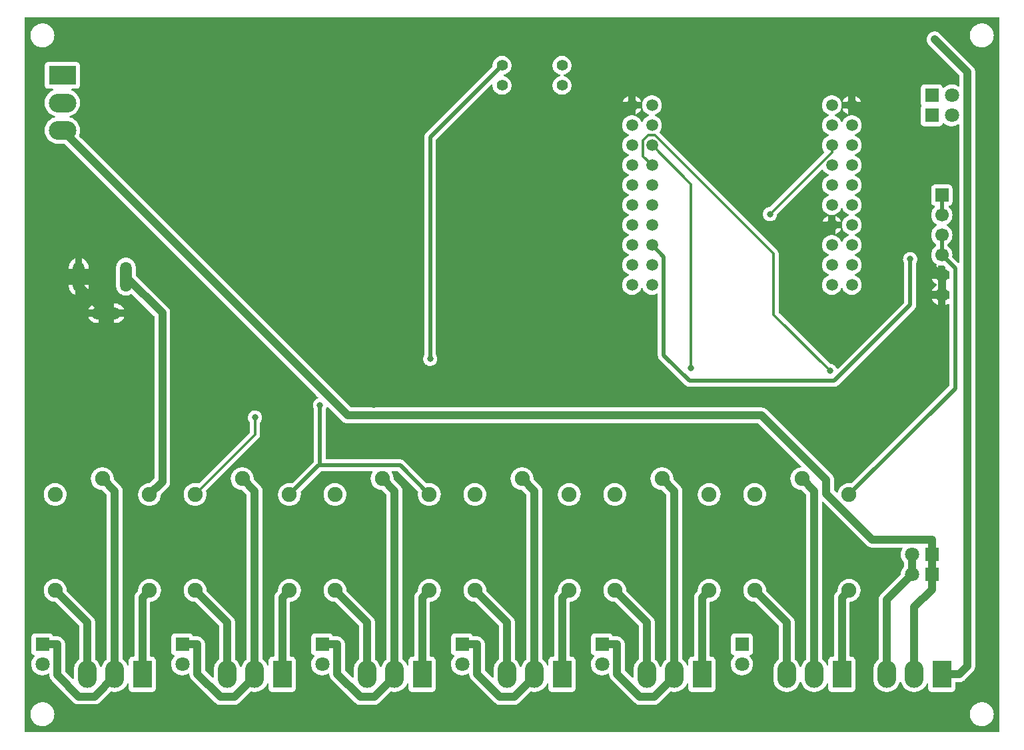
<source format=gbl>
G04 Layer: BottomLayer*
G04 EasyEDA v6.5.37, 2023-10-28 10:51:11*
G04 4880e8b44b5e4911aa04234489c2fc7f,3a0c9916c2a341a084dc3cb5dc78798d,10*
G04 Gerber Generator version 0.2*
G04 Scale: 100 percent, Rotated: No, Reflected: No *
G04 Dimensions in millimeters *
G04 leading zeros omitted , absolute positions ,4 integer and 5 decimal *
%FSLAX45Y45*%
%MOMM*%

%ADD10C,0.3000*%
%ADD11C,1.0000*%
%ADD12C,0.5000*%
%ADD13O,3.6999926000000003X1.499997*%
%ADD14O,1.499997X3.7999924*%
%ADD15C,1.4000*%
%ADD16R,2.4130X3.5000*%
%ADD17O,2.4130000000000003X3.4999930000000004*%
%ADD18R,3.5000X2.4130*%
%ADD19O,3.4999930000000004X2.4130000000000003*%
%ADD20C,1.8000*%
%ADD21R,1.8000X1.8000*%
%ADD22C,1.5080*%
%ADD23R,1.7000X1.7000*%
%ADD24C,1.7000*%
%ADD25C,1.9000*%
%ADD26C,0.8000*%
%ADD27C,0.0154*%

%LPD*%
G36*
X798068Y11201857D02*
G01*
X794156Y11202670D01*
X790905Y11204854D01*
X788670Y11208156D01*
X787908Y11212017D01*
X787908Y20283881D01*
X788670Y20287792D01*
X790905Y20291094D01*
X794156Y20293279D01*
X798068Y20294041D01*
X13171932Y20294041D01*
X13175792Y20293279D01*
X13179094Y20291094D01*
X13181279Y20287792D01*
X13182092Y20283881D01*
X13182092Y11212068D01*
X13181279Y11208156D01*
X13179094Y11204854D01*
X13175792Y11202670D01*
X13171932Y11201908D01*
G37*

%LPC*%
G36*
X1020165Y11277955D02*
G01*
X1036878Y11279327D01*
X1053338Y11282527D01*
X1069340Y11287556D01*
X1084681Y11294262D01*
X1099210Y11302644D01*
X1112672Y11312550D01*
X1125016Y11323929D01*
X1136040Y11336578D01*
X1145590Y11350345D01*
X1153566Y11365077D01*
X1159865Y11380571D01*
X1164386Y11396726D01*
X1167180Y11413236D01*
X1168095Y11429949D01*
X1167180Y11446713D01*
X1164386Y11463223D01*
X1159865Y11479377D01*
X1153566Y11494871D01*
X1145590Y11509603D01*
X1136040Y11523370D01*
X1125016Y11536019D01*
X1112672Y11547398D01*
X1099210Y11557304D01*
X1084681Y11565686D01*
X1069340Y11572392D01*
X1053338Y11577421D01*
X1036878Y11580622D01*
X1020165Y11581993D01*
X1003452Y11581536D01*
X986840Y11579250D01*
X970584Y11575135D01*
X954887Y11569242D01*
X939952Y11561673D01*
X925931Y11552529D01*
X912977Y11541861D01*
X901293Y11529872D01*
X891032Y11516614D01*
X882243Y11502339D01*
X875080Y11487200D01*
X869645Y11471351D01*
X865987Y11454993D01*
X864158Y11438331D01*
X864158Y11421618D01*
X865987Y11404955D01*
X869645Y11388598D01*
X875080Y11372748D01*
X882243Y11357610D01*
X891032Y11343335D01*
X901293Y11330076D01*
X912977Y11318087D01*
X925931Y11307419D01*
X939952Y11298275D01*
X954887Y11290706D01*
X970584Y11284813D01*
X986840Y11280698D01*
X1003452Y11278412D01*
G37*
G36*
X12958165Y11277955D02*
G01*
X12974878Y11279327D01*
X12991287Y11282527D01*
X13007289Y11287556D01*
X13022630Y11294262D01*
X13037159Y11302644D01*
X13050672Y11312550D01*
X13063016Y11323929D01*
X13073989Y11336578D01*
X13083540Y11350345D01*
X13091515Y11365077D01*
X13097814Y11380571D01*
X13102386Y11396726D01*
X13105130Y11413236D01*
X13106044Y11429949D01*
X13105130Y11446713D01*
X13102386Y11463223D01*
X13097814Y11479377D01*
X13091515Y11494871D01*
X13083540Y11509603D01*
X13073989Y11523370D01*
X13063016Y11536019D01*
X13050672Y11547398D01*
X13037159Y11557304D01*
X13022630Y11565686D01*
X13007289Y11572392D01*
X12991287Y11577421D01*
X12974878Y11580622D01*
X12958165Y11581993D01*
X12941401Y11581536D01*
X12924840Y11579250D01*
X12908584Y11575135D01*
X12892887Y11569242D01*
X12877952Y11561673D01*
X12863880Y11552529D01*
X12850977Y11541861D01*
X12839293Y11529872D01*
X12828981Y11516614D01*
X12820192Y11502339D01*
X12813080Y11487200D01*
X12807645Y11471351D01*
X12803936Y11454993D01*
X12802108Y11438331D01*
X12802108Y11421618D01*
X12803936Y11404955D01*
X12807645Y11388598D01*
X12813080Y11372748D01*
X12820192Y11357610D01*
X12828981Y11343335D01*
X12839293Y11330076D01*
X12850977Y11318087D01*
X12863880Y11307419D01*
X12877952Y11298275D01*
X12892887Y11290706D01*
X12908584Y11284813D01*
X12924840Y11280698D01*
X12941401Y11278412D01*
G37*
G36*
X6832549Y11550650D02*
G01*
X7011517Y11550650D01*
X7024979Y11551513D01*
X7037882Y11554053D01*
X7050328Y11558320D01*
X7062114Y11564112D01*
X7073036Y11571427D01*
X7083196Y11580317D01*
X7218172Y11715292D01*
X7221067Y11717324D01*
X7224471Y11718239D01*
X7227976Y11717934D01*
X7234428Y11716207D01*
X7252106Y11713413D01*
X7269988Y11712498D01*
X7287869Y11713413D01*
X7305548Y11716207D01*
X7322870Y11720880D01*
X7339584Y11727281D01*
X7355535Y11735409D01*
X7370572Y11745163D01*
X7384491Y11756440D01*
X7397191Y11769090D01*
X7408468Y11783009D01*
X7418222Y11798046D01*
X7426350Y11813997D01*
X7429195Y11821414D01*
X7431328Y11824817D01*
X7434580Y11827103D01*
X7438491Y11827967D01*
X7442453Y11827205D01*
X7445806Y11825020D01*
X7448042Y11821718D01*
X7448803Y11817807D01*
X7448803Y11763400D01*
X7449616Y11754205D01*
X7451902Y11745722D01*
X7455611Y11737746D01*
X7460691Y11730532D01*
X7466888Y11724335D01*
X7474102Y11719255D01*
X7482078Y11715546D01*
X7490561Y11713260D01*
X7499756Y11712448D01*
X7740192Y11712448D01*
X7749387Y11713260D01*
X7757871Y11715546D01*
X7765846Y11719255D01*
X7773060Y11724335D01*
X7779308Y11730532D01*
X7784338Y11737746D01*
X7788046Y11745722D01*
X7790332Y11754205D01*
X7791145Y11763400D01*
X7791145Y12112548D01*
X7790332Y12121743D01*
X7788046Y12130227D01*
X7784338Y12138202D01*
X7779308Y12145416D01*
X7773060Y12151614D01*
X7765846Y12156694D01*
X7757871Y12160402D01*
X7749387Y12162688D01*
X7740192Y12163501D01*
X7730642Y12163501D01*
X7726730Y12164263D01*
X7723479Y12166447D01*
X7721244Y12169749D01*
X7720482Y12173661D01*
X7720482Y12851688D01*
X7721142Y12855295D01*
X7723073Y12858445D01*
X7725968Y12860680D01*
X7729474Y12861798D01*
X7736789Y12862610D01*
X7752994Y12866370D01*
X7768640Y12871958D01*
X7783525Y12879273D01*
X7797495Y12888264D01*
X7810347Y12898780D01*
X7821930Y12910718D01*
X7832090Y12923875D01*
X7840675Y12938099D01*
X7847584Y12953187D01*
X7852714Y12968986D01*
X7855966Y12985292D01*
X7857388Y13001802D01*
X7856931Y13018414D01*
X7854594Y13034873D01*
X7850327Y13050926D01*
X7844332Y13066420D01*
X7836560Y13081101D01*
X7827213Y13094817D01*
X7816342Y13107365D01*
X7804099Y13118592D01*
X7790637Y13128345D01*
X7776159Y13136524D01*
X7760868Y13143026D01*
X7744917Y13147700D01*
X7728559Y13150494D01*
X7711998Y13151459D01*
X7695387Y13150494D01*
X7679029Y13147700D01*
X7663078Y13143026D01*
X7647787Y13136524D01*
X7633309Y13128345D01*
X7619898Y13118592D01*
X7607655Y13107365D01*
X7596784Y13094817D01*
X7587386Y13081101D01*
X7579614Y13066420D01*
X7573619Y13050926D01*
X7569403Y13034873D01*
X7567015Y13018414D01*
X7566710Y13006730D01*
X7565847Y13003022D01*
X7563713Y12999872D01*
X7549134Y12985292D01*
X7540244Y12975132D01*
X7532928Y12964210D01*
X7527137Y12952425D01*
X7522921Y12939979D01*
X7520330Y12927076D01*
X7519466Y12913664D01*
X7519466Y12173661D01*
X7518704Y12169749D01*
X7516469Y12166447D01*
X7513218Y12164263D01*
X7509306Y12163501D01*
X7499756Y12163501D01*
X7490561Y12162688D01*
X7482078Y12160402D01*
X7474102Y12156694D01*
X7466888Y12151614D01*
X7460691Y12145416D01*
X7455611Y12138202D01*
X7451902Y12130227D01*
X7449616Y12121743D01*
X7448803Y12112548D01*
X7448803Y12058142D01*
X7448042Y12054230D01*
X7445806Y12050928D01*
X7442453Y12048744D01*
X7438491Y12047982D01*
X7434580Y12048845D01*
X7431328Y12051131D01*
X7429195Y12054535D01*
X7426350Y12061952D01*
X7418222Y12077903D01*
X7408468Y12092940D01*
X7397191Y12106859D01*
X7384491Y12119508D01*
X7374229Y12127839D01*
X7371435Y12131344D01*
X7370470Y12135713D01*
X7370470Y14267688D01*
X7369606Y14281099D01*
X7367016Y14294002D01*
X7362799Y14306448D01*
X7357008Y14318234D01*
X7349693Y14329156D01*
X7340803Y14339316D01*
X7260234Y14419834D01*
X7258100Y14423034D01*
X7257288Y14426742D01*
X7256932Y14438426D01*
X7254595Y14454886D01*
X7250328Y14470938D01*
X7244334Y14486432D01*
X7236561Y14501113D01*
X7227214Y14514830D01*
X7216343Y14527377D01*
X7204100Y14538604D01*
X7190638Y14548357D01*
X7176160Y14556536D01*
X7160869Y14562988D01*
X7144918Y14567662D01*
X7128560Y14570506D01*
X7112000Y14571472D01*
X7095388Y14570506D01*
X7079030Y14567662D01*
X7063079Y14562988D01*
X7047788Y14556536D01*
X7033310Y14548357D01*
X7019899Y14538604D01*
X7007656Y14527377D01*
X6996785Y14514830D01*
X6987387Y14501113D01*
X6979615Y14486432D01*
X6973620Y14470938D01*
X6969404Y14454886D01*
X6967016Y14438426D01*
X6966559Y14421815D01*
X6967981Y14405254D01*
X6971284Y14388998D01*
X6976414Y14373199D01*
X6983323Y14358061D01*
X6991908Y14343837D01*
X7002018Y14330680D01*
X7013600Y14318792D01*
X7026452Y14308277D01*
X7040422Y14299285D01*
X7055358Y14291970D01*
X7071004Y14286382D01*
X7087158Y14282623D01*
X7103668Y14280743D01*
X7110882Y14280743D01*
X7114794Y14279930D01*
X7118096Y14277746D01*
X7166457Y14229334D01*
X7168692Y14226032D01*
X7169454Y14222171D01*
X7169454Y12135662D01*
X7168489Y12131294D01*
X7165695Y12127788D01*
X7155484Y12119508D01*
X7142784Y12106859D01*
X7131507Y12092940D01*
X7121753Y12077903D01*
X7113625Y12061952D01*
X7107224Y12045188D01*
X7104786Y12036196D01*
X7102754Y12032284D01*
X7099300Y12029592D01*
X7094981Y12028678D01*
X7090714Y12029592D01*
X7087209Y12032284D01*
X7085177Y12036196D01*
X7082739Y12045188D01*
X7076338Y12061952D01*
X7068210Y12077903D01*
X7058456Y12092940D01*
X7047179Y12106859D01*
X7034530Y12119508D01*
X7024268Y12127839D01*
X7021474Y12131344D01*
X7020509Y12135713D01*
X7020509Y12597638D01*
X7019594Y12611100D01*
X7017054Y12624003D01*
X7012838Y12636449D01*
X7006996Y12648234D01*
X6999681Y12659156D01*
X6990791Y12669266D01*
X6660235Y12999872D01*
X6658102Y13003022D01*
X6657289Y13006730D01*
X6656933Y13018414D01*
X6654596Y13034873D01*
X6650329Y13050926D01*
X6644335Y13066420D01*
X6636562Y13081101D01*
X6627215Y13094817D01*
X6616293Y13107365D01*
X6604101Y13118592D01*
X6590639Y13128345D01*
X6576161Y13136524D01*
X6560870Y13143026D01*
X6544919Y13147700D01*
X6528562Y13150494D01*
X6512001Y13151459D01*
X6495389Y13150494D01*
X6479032Y13147700D01*
X6463080Y13143026D01*
X6447790Y13136524D01*
X6433312Y13128345D01*
X6419900Y13118592D01*
X6407658Y13107365D01*
X6396786Y13094817D01*
X6387388Y13081101D01*
X6379616Y13066420D01*
X6373622Y13050926D01*
X6369405Y13034873D01*
X6367018Y13018414D01*
X6366560Y13001802D01*
X6367983Y12985292D01*
X6371285Y12968986D01*
X6376416Y12953187D01*
X6383324Y12938099D01*
X6391859Y12923875D01*
X6402019Y12910718D01*
X6413601Y12898780D01*
X6426454Y12888264D01*
X6440424Y12879273D01*
X6455359Y12871958D01*
X6471005Y12866370D01*
X6487160Y12862610D01*
X6503670Y12860731D01*
X6510883Y12860731D01*
X6514795Y12859969D01*
X6518046Y12857734D01*
X6816496Y12559334D01*
X6818680Y12556032D01*
X6819493Y12552121D01*
X6819493Y12135713D01*
X6818477Y12131294D01*
X6815683Y12127788D01*
X6805472Y12119508D01*
X6792823Y12106859D01*
X6781546Y12092940D01*
X6771792Y12077903D01*
X6763664Y12061952D01*
X6757212Y12045188D01*
X6752590Y12027916D01*
X6749796Y12010237D01*
X6748830Y11992051D01*
X6748830Y11901220D01*
X6748068Y11897309D01*
X6745833Y11894007D01*
X6742582Y11891822D01*
X6738670Y11891060D01*
X6734759Y11891822D01*
X6731508Y11894007D01*
X6643573Y11981942D01*
X6641338Y11985244D01*
X6640575Y11989155D01*
X6640575Y12318644D01*
X6639712Y12332106D01*
X6637121Y12345009D01*
X6632905Y12357455D01*
X6627114Y12369241D01*
X6619798Y12380163D01*
X6611112Y12390018D01*
X6601256Y12398705D01*
X6590334Y12406020D01*
X6578498Y12411811D01*
X6566052Y12416028D01*
X6553200Y12418618D01*
X6539738Y12419482D01*
X6497015Y12419482D01*
X6493256Y12420193D01*
X6490055Y12422276D01*
X6487820Y12425375D01*
X6483705Y12434214D01*
X6478625Y12441428D01*
X6472428Y12447625D01*
X6465214Y12452705D01*
X6457238Y12456414D01*
X6448755Y12458700D01*
X6439560Y12459462D01*
X6260439Y12459462D01*
X6251244Y12458700D01*
X6242710Y12456414D01*
X6234734Y12452705D01*
X6227572Y12447625D01*
X6221323Y12441428D01*
X6216294Y12434214D01*
X6212586Y12426238D01*
X6210300Y12417755D01*
X6209487Y12408509D01*
X6209487Y12229439D01*
X6210300Y12220194D01*
X6212586Y12211710D01*
X6216294Y12203734D01*
X6221323Y12196521D01*
X6227572Y12190323D01*
X6234734Y12185243D01*
X6242710Y12181535D01*
X6245809Y12180722D01*
X6249568Y12178842D01*
X6252210Y12175591D01*
X6253327Y12171527D01*
X6252718Y12167362D01*
X6250482Y12163806D01*
X6243828Y12156998D01*
X6234023Y12144298D01*
X6225743Y12130532D01*
X6219088Y12115952D01*
X6214110Y12100712D01*
X6210909Y12084964D01*
X6209538Y12068962D01*
X6209995Y12052960D01*
X6212281Y12037060D01*
X6216396Y12021566D01*
X6222187Y12006630D01*
X6229654Y11992406D01*
X6238748Y11979198D01*
X6249212Y11967057D01*
X6261049Y11956237D01*
X6274054Y11946788D01*
X6288024Y11938914D01*
X6302756Y11932666D01*
X6318148Y11928144D01*
X6333998Y11925401D01*
X6350000Y11924487D01*
X6366002Y11925401D01*
X6381800Y11928144D01*
X6397193Y11932666D01*
X6411976Y11938914D01*
X6424777Y11946128D01*
X6428689Y11947398D01*
X6432753Y11947042D01*
X6436309Y11945061D01*
X6438849Y11941911D01*
X6439916Y11937949D01*
X6440424Y11930176D01*
X6443014Y11917273D01*
X6447231Y11904827D01*
X6453022Y11893042D01*
X6460337Y11882120D01*
X6469227Y11872010D01*
X6760921Y11580317D01*
X6771030Y11571427D01*
X6781952Y11564112D01*
X6793788Y11558320D01*
X6806234Y11554053D01*
X6819087Y11551513D01*
G37*
G36*
X8610549Y11550650D02*
G01*
X8789517Y11550650D01*
X8802979Y11551513D01*
X8815882Y11554053D01*
X8828328Y11558320D01*
X8840114Y11564112D01*
X8851036Y11571427D01*
X8861196Y11580317D01*
X8996172Y11715292D01*
X8999067Y11717324D01*
X9002471Y11718239D01*
X9005976Y11717934D01*
X9012428Y11716207D01*
X9030106Y11713413D01*
X9047988Y11712498D01*
X9065869Y11713413D01*
X9083548Y11716207D01*
X9100870Y11720880D01*
X9117584Y11727281D01*
X9133535Y11735409D01*
X9148572Y11745163D01*
X9162491Y11756440D01*
X9175191Y11769090D01*
X9186468Y11783009D01*
X9196222Y11798046D01*
X9204350Y11813997D01*
X9207195Y11821414D01*
X9209328Y11824817D01*
X9212580Y11827103D01*
X9216491Y11827967D01*
X9220454Y11827205D01*
X9223806Y11825020D01*
X9226042Y11821718D01*
X9226804Y11817807D01*
X9226804Y11763400D01*
X9227616Y11754205D01*
X9229902Y11745722D01*
X9233611Y11737746D01*
X9238691Y11730532D01*
X9244888Y11724335D01*
X9252102Y11719255D01*
X9260078Y11715546D01*
X9268561Y11713260D01*
X9277756Y11712448D01*
X9518192Y11712448D01*
X9527387Y11713260D01*
X9535871Y11715546D01*
X9543846Y11719255D01*
X9551060Y11724335D01*
X9557308Y11730532D01*
X9562338Y11737746D01*
X9566046Y11745722D01*
X9568332Y11754205D01*
X9569145Y11763400D01*
X9569145Y12112548D01*
X9568332Y12121743D01*
X9566046Y12130227D01*
X9562338Y12138202D01*
X9557308Y12145416D01*
X9551060Y12151614D01*
X9543846Y12156694D01*
X9535871Y12160402D01*
X9527387Y12162688D01*
X9518192Y12163501D01*
X9508642Y12163501D01*
X9504730Y12164263D01*
X9501479Y12166447D01*
X9499244Y12169749D01*
X9498482Y12173661D01*
X9498482Y12851688D01*
X9499142Y12855295D01*
X9501073Y12858445D01*
X9503968Y12860680D01*
X9507474Y12861798D01*
X9514789Y12862610D01*
X9530943Y12866370D01*
X9546590Y12871958D01*
X9561525Y12879273D01*
X9575495Y12888264D01*
X9588347Y12898780D01*
X9599930Y12910718D01*
X9610090Y12923875D01*
X9618675Y12938099D01*
X9625533Y12953187D01*
X9630714Y12968986D01*
X9633966Y12985292D01*
X9635388Y13001802D01*
X9634931Y13018414D01*
X9632594Y13034873D01*
X9628327Y13050926D01*
X9622332Y13066420D01*
X9614560Y13081101D01*
X9605213Y13094817D01*
X9594291Y13107365D01*
X9582099Y13118592D01*
X9568637Y13128345D01*
X9554159Y13136524D01*
X9538868Y13143026D01*
X9522917Y13147700D01*
X9506559Y13150494D01*
X9489998Y13151459D01*
X9473387Y13150494D01*
X9457029Y13147700D01*
X9441078Y13143026D01*
X9425787Y13136524D01*
X9411309Y13128345D01*
X9397898Y13118592D01*
X9385655Y13107365D01*
X9374784Y13094817D01*
X9365386Y13081101D01*
X9357614Y13066420D01*
X9351619Y13050926D01*
X9347403Y13034873D01*
X9345015Y13018414D01*
X9344710Y13006730D01*
X9343847Y13003022D01*
X9341713Y12999872D01*
X9327134Y12985292D01*
X9318244Y12975132D01*
X9310928Y12964210D01*
X9305137Y12952425D01*
X9300921Y12939979D01*
X9298330Y12927076D01*
X9297466Y12913664D01*
X9297466Y12173661D01*
X9296704Y12169749D01*
X9294469Y12166447D01*
X9291218Y12164263D01*
X9287306Y12163501D01*
X9277756Y12163501D01*
X9268561Y12162688D01*
X9260078Y12160402D01*
X9252102Y12156694D01*
X9244888Y12151614D01*
X9238691Y12145416D01*
X9233611Y12138202D01*
X9229902Y12130227D01*
X9227616Y12121743D01*
X9226804Y12112548D01*
X9226804Y12058142D01*
X9226042Y12054230D01*
X9223806Y12050928D01*
X9220454Y12048744D01*
X9216491Y12047982D01*
X9212580Y12048845D01*
X9209328Y12051131D01*
X9207195Y12054535D01*
X9204350Y12061952D01*
X9196222Y12077903D01*
X9186468Y12092940D01*
X9175191Y12106859D01*
X9162491Y12119508D01*
X9152229Y12127839D01*
X9149435Y12131344D01*
X9148470Y12135713D01*
X9148470Y14267688D01*
X9147606Y14281099D01*
X9145016Y14294002D01*
X9140799Y14306448D01*
X9135008Y14318234D01*
X9127693Y14329156D01*
X9118803Y14339316D01*
X9038234Y14419884D01*
X9036100Y14423034D01*
X9035288Y14426742D01*
X9034932Y14438426D01*
X9032595Y14454886D01*
X9028328Y14470938D01*
X9022334Y14486432D01*
X9014561Y14501113D01*
X9005214Y14514830D01*
X8994292Y14527377D01*
X8982100Y14538604D01*
X8968638Y14548357D01*
X8954160Y14556536D01*
X8938869Y14562988D01*
X8922918Y14567662D01*
X8906560Y14570506D01*
X8890000Y14571472D01*
X8873388Y14570506D01*
X8857030Y14567662D01*
X8841079Y14562988D01*
X8825788Y14556536D01*
X8811310Y14548357D01*
X8797899Y14538604D01*
X8785656Y14527377D01*
X8774785Y14514830D01*
X8765387Y14501113D01*
X8757615Y14486432D01*
X8751620Y14470938D01*
X8747404Y14454886D01*
X8745016Y14438426D01*
X8744559Y14421815D01*
X8745982Y14405254D01*
X8749284Y14388998D01*
X8754414Y14373199D01*
X8761323Y14358061D01*
X8769858Y14343837D01*
X8780018Y14330680D01*
X8791600Y14318792D01*
X8804452Y14308277D01*
X8818422Y14299285D01*
X8833358Y14291970D01*
X8849004Y14286382D01*
X8865158Y14282623D01*
X8881668Y14280743D01*
X8888882Y14280743D01*
X8892794Y14279930D01*
X8896096Y14277746D01*
X8944457Y14229334D01*
X8946692Y14226032D01*
X8947454Y14222171D01*
X8947454Y12135662D01*
X8946489Y12131294D01*
X8943695Y12127788D01*
X8933484Y12119508D01*
X8920784Y12106859D01*
X8909507Y12092940D01*
X8899753Y12077903D01*
X8891625Y12061952D01*
X8885224Y12045188D01*
X8882786Y12036196D01*
X8880754Y12032284D01*
X8877300Y12029592D01*
X8872982Y12028678D01*
X8868714Y12029592D01*
X8865209Y12032284D01*
X8863177Y12036196D01*
X8860739Y12045188D01*
X8854338Y12061952D01*
X8846210Y12077903D01*
X8836456Y12092940D01*
X8825179Y12106859D01*
X8812479Y12119508D01*
X8802268Y12127839D01*
X8799474Y12131344D01*
X8798509Y12135713D01*
X8798509Y12597638D01*
X8797594Y12611100D01*
X8795054Y12624003D01*
X8790838Y12636449D01*
X8784996Y12648234D01*
X8777681Y12659156D01*
X8768791Y12669266D01*
X8438235Y12999872D01*
X8436102Y13003022D01*
X8435289Y13006730D01*
X8434933Y13018414D01*
X8432596Y13034873D01*
X8428329Y13050926D01*
X8422335Y13066420D01*
X8414562Y13081101D01*
X8405215Y13094817D01*
X8394293Y13107365D01*
X8382050Y13118592D01*
X8368639Y13128345D01*
X8354161Y13136524D01*
X8338870Y13143026D01*
X8322919Y13147700D01*
X8306562Y13150494D01*
X8290001Y13151459D01*
X8273389Y13150494D01*
X8257031Y13147700D01*
X8241080Y13143026D01*
X8225790Y13136524D01*
X8211312Y13128345D01*
X8197900Y13118592D01*
X8185658Y13107365D01*
X8174786Y13094817D01*
X8165388Y13081101D01*
X8157616Y13066420D01*
X8151622Y13050926D01*
X8147405Y13034873D01*
X8145018Y13018414D01*
X8144560Y13001802D01*
X8145983Y12985292D01*
X8149285Y12968986D01*
X8154416Y12953187D01*
X8161324Y12938099D01*
X8169859Y12923875D01*
X8180019Y12910718D01*
X8191601Y12898780D01*
X8204453Y12888264D01*
X8218424Y12879273D01*
X8233359Y12871958D01*
X8249005Y12866370D01*
X8265159Y12862610D01*
X8281670Y12860731D01*
X8288883Y12860731D01*
X8292795Y12859969D01*
X8296046Y12857734D01*
X8594496Y12559334D01*
X8596680Y12556032D01*
X8597493Y12552121D01*
X8597493Y12135713D01*
X8596477Y12131344D01*
X8593683Y12127788D01*
X8583472Y12119508D01*
X8570823Y12106859D01*
X8559546Y12092940D01*
X8549792Y12077903D01*
X8541613Y12061952D01*
X8535212Y12045188D01*
X8530590Y12027916D01*
X8527796Y12010237D01*
X8526830Y11992051D01*
X8526830Y11901220D01*
X8526068Y11897309D01*
X8523833Y11894007D01*
X8520531Y11891822D01*
X8516670Y11891060D01*
X8512759Y11891822D01*
X8509508Y11894007D01*
X8421573Y11981942D01*
X8419338Y11985244D01*
X8418576Y11989155D01*
X8418576Y12318644D01*
X8417712Y12332106D01*
X8415121Y12345009D01*
X8410905Y12357455D01*
X8405114Y12369241D01*
X8397798Y12380163D01*
X8389112Y12390018D01*
X8379256Y12398705D01*
X8368334Y12406020D01*
X8356498Y12411811D01*
X8344052Y12416028D01*
X8331200Y12418618D01*
X8317738Y12419482D01*
X8275015Y12419482D01*
X8271256Y12420193D01*
X8268055Y12422276D01*
X8265820Y12425375D01*
X8261705Y12434214D01*
X8256625Y12441428D01*
X8250428Y12447625D01*
X8243214Y12452705D01*
X8235238Y12456414D01*
X8226755Y12458700D01*
X8217560Y12459462D01*
X8038439Y12459462D01*
X8029244Y12458700D01*
X8020710Y12456414D01*
X8012734Y12452705D01*
X8005521Y12447625D01*
X7999323Y12441428D01*
X7994294Y12434214D01*
X7990535Y12426238D01*
X7988300Y12417755D01*
X7987487Y12408509D01*
X7987487Y12229439D01*
X7988300Y12220194D01*
X7990535Y12211710D01*
X7994294Y12203734D01*
X7999323Y12196521D01*
X8005521Y12190323D01*
X8012734Y12185243D01*
X8020710Y12181535D01*
X8023809Y12180722D01*
X8027568Y12178842D01*
X8030209Y12175591D01*
X8031327Y12171527D01*
X8030718Y12167362D01*
X8028482Y12163806D01*
X8021828Y12156998D01*
X8012023Y12144298D01*
X8003743Y12130532D01*
X7997088Y12115952D01*
X7992109Y12100712D01*
X7988909Y12084964D01*
X7987538Y12068962D01*
X7987995Y12052960D01*
X7990281Y12037060D01*
X7994345Y12021566D01*
X8000187Y12006630D01*
X8007654Y11992406D01*
X8016748Y11979198D01*
X8027212Y11967057D01*
X8039049Y11956237D01*
X8052053Y11946788D01*
X8065973Y11938914D01*
X8080756Y11932666D01*
X8096148Y11928144D01*
X8111947Y11925401D01*
X8128000Y11924487D01*
X8144002Y11925401D01*
X8159800Y11928144D01*
X8175193Y11932666D01*
X8189975Y11938914D01*
X8202777Y11946128D01*
X8206689Y11947398D01*
X8210753Y11947042D01*
X8214309Y11945061D01*
X8216849Y11941911D01*
X8217916Y11937949D01*
X8218424Y11930176D01*
X8221014Y11917273D01*
X8225231Y11904827D01*
X8231022Y11893042D01*
X8238337Y11882120D01*
X8247227Y11872010D01*
X8538921Y11580317D01*
X8549030Y11571427D01*
X8559952Y11564112D01*
X8571788Y11558320D01*
X8584234Y11554053D01*
X8597087Y11551513D01*
G37*
G36*
X3276600Y11550650D02*
G01*
X3455568Y11550650D01*
X3469030Y11551513D01*
X3481882Y11554053D01*
X3494328Y11558320D01*
X3506165Y11564112D01*
X3517087Y11571427D01*
X3527196Y11580317D01*
X3662222Y11715292D01*
X3665118Y11717324D01*
X3668522Y11718239D01*
X3672027Y11717934D01*
X3678428Y11716207D01*
X3696106Y11713413D01*
X3713987Y11712498D01*
X3731869Y11713413D01*
X3749598Y11716207D01*
X3766870Y11720880D01*
X3783584Y11727281D01*
X3799586Y11735409D01*
X3814572Y11745163D01*
X3828491Y11756440D01*
X3841191Y11769090D01*
X3852468Y11783009D01*
X3862222Y11798046D01*
X3870350Y11813997D01*
X3873195Y11821414D01*
X3875328Y11824817D01*
X3878630Y11827103D01*
X3882542Y11827967D01*
X3886454Y11827205D01*
X3889806Y11825020D01*
X3892042Y11821718D01*
X3892854Y11817807D01*
X3892854Y11763400D01*
X3893616Y11754205D01*
X3895902Y11745722D01*
X3899611Y11737746D01*
X3904691Y11730532D01*
X3910888Y11724335D01*
X3918102Y11719255D01*
X3926078Y11715546D01*
X3934561Y11713260D01*
X3943807Y11712448D01*
X4184192Y11712448D01*
X4193387Y11713260D01*
X4201922Y11715546D01*
X4209897Y11719255D01*
X4217060Y11724335D01*
X4223308Y11730532D01*
X4228338Y11737746D01*
X4232046Y11745722D01*
X4234332Y11754205D01*
X4235145Y11763400D01*
X4235145Y12112548D01*
X4234332Y12121743D01*
X4232046Y12130227D01*
X4228338Y12138202D01*
X4223308Y12145416D01*
X4217060Y12151614D01*
X4209897Y12156694D01*
X4201922Y12160402D01*
X4193387Y12162688D01*
X4184192Y12163501D01*
X4174693Y12163501D01*
X4170781Y12164263D01*
X4167479Y12166447D01*
X4165295Y12169749D01*
X4164533Y12173661D01*
X4164533Y12851688D01*
X4165193Y12855295D01*
X4167073Y12858445D01*
X4169968Y12860680D01*
X4173524Y12861798D01*
X4180789Y12862610D01*
X4196994Y12866370D01*
X4212640Y12871958D01*
X4227525Y12879273D01*
X4241495Y12888264D01*
X4254347Y12898780D01*
X4265930Y12910718D01*
X4276090Y12923875D01*
X4284675Y12938099D01*
X4291584Y12953187D01*
X4296714Y12968986D01*
X4300016Y12985292D01*
X4301439Y13001802D01*
X4300931Y13018414D01*
X4298594Y13034873D01*
X4294378Y13050926D01*
X4288332Y13066420D01*
X4280560Y13081101D01*
X4271213Y13094817D01*
X4260342Y13107365D01*
X4248099Y13118592D01*
X4234637Y13128345D01*
X4220159Y13136524D01*
X4204868Y13143026D01*
X4188917Y13147700D01*
X4172559Y13150494D01*
X4155998Y13151459D01*
X4139387Y13150494D01*
X4123029Y13147700D01*
X4107078Y13143026D01*
X4091787Y13136524D01*
X4077309Y13128345D01*
X4063898Y13118592D01*
X4051655Y13107365D01*
X4040784Y13094817D01*
X4031386Y13081101D01*
X4023664Y13066420D01*
X4017619Y13050926D01*
X4013403Y13034873D01*
X4011015Y13018414D01*
X4010710Y13006730D01*
X4009847Y13003022D01*
X4007713Y12999821D01*
X3993184Y12985292D01*
X3984294Y12975132D01*
X3976979Y12964210D01*
X3971188Y12952425D01*
X3966921Y12939979D01*
X3964381Y12927076D01*
X3963466Y12913664D01*
X3963466Y12173661D01*
X3962704Y12169749D01*
X3960520Y12166447D01*
X3957218Y12164263D01*
X3953357Y12163501D01*
X3943807Y12163501D01*
X3934561Y12162688D01*
X3926078Y12160402D01*
X3918102Y12156694D01*
X3910888Y12151614D01*
X3904691Y12145416D01*
X3899611Y12138202D01*
X3895902Y12130227D01*
X3893616Y12121743D01*
X3892854Y12112548D01*
X3892854Y12058142D01*
X3892042Y12054230D01*
X3889806Y12050928D01*
X3886454Y12048744D01*
X3882542Y12047982D01*
X3878630Y12048845D01*
X3875328Y12051131D01*
X3873195Y12054535D01*
X3870350Y12061952D01*
X3862222Y12077903D01*
X3852468Y12092940D01*
X3841191Y12106859D01*
X3828491Y12119508D01*
X3818280Y12127788D01*
X3815486Y12131344D01*
X3814470Y12135713D01*
X3814470Y14267688D01*
X3813606Y14281099D01*
X3811066Y14294002D01*
X3806850Y14306448D01*
X3801008Y14318234D01*
X3793693Y14329156D01*
X3784803Y14339316D01*
X3704234Y14419884D01*
X3702100Y14423034D01*
X3701287Y14426793D01*
X3700932Y14438426D01*
X3698595Y14454886D01*
X3694379Y14470938D01*
X3688334Y14486432D01*
X3680561Y14501113D01*
X3671214Y14514830D01*
X3660343Y14527377D01*
X3648100Y14538604D01*
X3634638Y14548357D01*
X3620160Y14556536D01*
X3604869Y14562988D01*
X3588918Y14567662D01*
X3572560Y14570506D01*
X3556000Y14571472D01*
X3539388Y14570506D01*
X3523030Y14567662D01*
X3507079Y14562988D01*
X3491788Y14556536D01*
X3477310Y14548357D01*
X3463899Y14538604D01*
X3451656Y14527377D01*
X3440785Y14514830D01*
X3431387Y14501113D01*
X3423665Y14486432D01*
X3417620Y14470938D01*
X3413404Y14454886D01*
X3411016Y14438426D01*
X3410559Y14421815D01*
X3411982Y14405254D01*
X3415284Y14388998D01*
X3420414Y14373199D01*
X3427323Y14358061D01*
X3435908Y14343837D01*
X3446018Y14330680D01*
X3457600Y14318792D01*
X3470452Y14308277D01*
X3484422Y14299285D01*
X3499358Y14291970D01*
X3515004Y14286382D01*
X3531158Y14282623D01*
X3547668Y14280743D01*
X3554933Y14280743D01*
X3558794Y14279930D01*
X3562096Y14277746D01*
X3610508Y14229334D01*
X3612692Y14226032D01*
X3613505Y14222171D01*
X3613505Y12135713D01*
X3612489Y12131344D01*
X3609695Y12127788D01*
X3599484Y12119508D01*
X3586835Y12106859D01*
X3575558Y12092940D01*
X3565804Y12077903D01*
X3557625Y12061952D01*
X3551224Y12045188D01*
X3548786Y12036196D01*
X3546754Y12032284D01*
X3543300Y12029592D01*
X3538982Y12028678D01*
X3534714Y12029592D01*
X3531209Y12032284D01*
X3529177Y12036196D01*
X3526739Y12045188D01*
X3520338Y12061952D01*
X3512210Y12077903D01*
X3502456Y12092940D01*
X3491179Y12106859D01*
X3478529Y12119508D01*
X3468268Y12127788D01*
X3465474Y12131344D01*
X3464509Y12135713D01*
X3464509Y12597638D01*
X3463645Y12611100D01*
X3461054Y12624003D01*
X3456838Y12636449D01*
X3451047Y12648234D01*
X3443732Y12659156D01*
X3434842Y12669266D01*
X3104235Y12999872D01*
X3102102Y13003022D01*
X3101289Y13006781D01*
X3100933Y13018414D01*
X3098596Y13034873D01*
X3094380Y13050926D01*
X3088335Y13066420D01*
X3080562Y13081101D01*
X3071215Y13094817D01*
X3060344Y13107365D01*
X3048101Y13118592D01*
X3034639Y13128345D01*
X3020161Y13136524D01*
X3004870Y13143026D01*
X2988919Y13147700D01*
X2972562Y13150494D01*
X2956001Y13151459D01*
X2939389Y13150494D01*
X2923032Y13147700D01*
X2907080Y13143026D01*
X2891790Y13136524D01*
X2877312Y13128345D01*
X2863900Y13118592D01*
X2851658Y13107365D01*
X2840786Y13094817D01*
X2831388Y13081101D01*
X2823667Y13066420D01*
X2817622Y13050926D01*
X2813405Y13034873D01*
X2811018Y13018414D01*
X2810560Y13001802D01*
X2811983Y12985292D01*
X2815285Y12968986D01*
X2820416Y12953187D01*
X2827324Y12938099D01*
X2835910Y12923875D01*
X2846019Y12910718D01*
X2857601Y12898780D01*
X2870454Y12888264D01*
X2884424Y12879273D01*
X2899359Y12871958D01*
X2915005Y12866370D01*
X2931160Y12862610D01*
X2947670Y12860731D01*
X2954883Y12860731D01*
X2958795Y12859969D01*
X2962097Y12857734D01*
X3260496Y12559334D01*
X3262731Y12556032D01*
X3263493Y12552121D01*
X3263493Y12135713D01*
X3262528Y12131344D01*
X3259734Y12127788D01*
X3249472Y12119508D01*
X3236823Y12106859D01*
X3225546Y12092940D01*
X3215792Y12077903D01*
X3207664Y12061952D01*
X3201212Y12045188D01*
X3196590Y12027916D01*
X3193796Y12010237D01*
X3192830Y11992051D01*
X3192830Y11901220D01*
X3192068Y11897309D01*
X3189884Y11894007D01*
X3186582Y11891822D01*
X3182670Y11891060D01*
X3178810Y11891822D01*
X3175508Y11894007D01*
X3087573Y11981992D01*
X3085338Y11985244D01*
X3084576Y11989155D01*
X3084576Y12318644D01*
X3083712Y12332106D01*
X3081121Y12345009D01*
X3076905Y12357455D01*
X3071114Y12369241D01*
X3063798Y12380163D01*
X3055112Y12390018D01*
X3045256Y12398705D01*
X3034334Y12406020D01*
X3022498Y12411811D01*
X3010052Y12416028D01*
X2997200Y12418618D01*
X2983738Y12419482D01*
X2941015Y12419482D01*
X2937256Y12420193D01*
X2934055Y12422276D01*
X2931820Y12425375D01*
X2927705Y12434214D01*
X2922676Y12441428D01*
X2916428Y12447625D01*
X2909214Y12452705D01*
X2901238Y12456414D01*
X2892755Y12458700D01*
X2883560Y12459462D01*
X2704439Y12459462D01*
X2695244Y12458700D01*
X2686710Y12456414D01*
X2678785Y12452705D01*
X2671572Y12447625D01*
X2665323Y12441428D01*
X2660294Y12434214D01*
X2656586Y12426238D01*
X2654300Y12417755D01*
X2653487Y12408509D01*
X2653487Y12229439D01*
X2654300Y12220194D01*
X2656586Y12211710D01*
X2660294Y12203734D01*
X2665323Y12196521D01*
X2671572Y12190323D01*
X2678785Y12185243D01*
X2686710Y12181535D01*
X2689809Y12180722D01*
X2693568Y12178842D01*
X2696210Y12175591D01*
X2697327Y12171527D01*
X2696718Y12167362D01*
X2694482Y12163806D01*
X2687828Y12156998D01*
X2678023Y12144298D01*
X2669743Y12130532D01*
X2663088Y12115952D01*
X2658110Y12100712D01*
X2654909Y12084964D01*
X2653538Y12068962D01*
X2653995Y12052960D01*
X2656281Y12037060D01*
X2660396Y12021566D01*
X2666187Y12006630D01*
X2673705Y11992406D01*
X2682748Y11979198D01*
X2693263Y11967057D01*
X2705049Y11956237D01*
X2718054Y11946788D01*
X2732024Y11938914D01*
X2746806Y11932666D01*
X2762199Y11928144D01*
X2777998Y11925401D01*
X2794000Y11924487D01*
X2810002Y11925401D01*
X2825800Y11928144D01*
X2841193Y11932666D01*
X2855976Y11938914D01*
X2868777Y11946128D01*
X2872689Y11947398D01*
X2876753Y11946991D01*
X2880309Y11945061D01*
X2882849Y11941860D01*
X2883916Y11937949D01*
X2884424Y11930176D01*
X2887014Y11917324D01*
X2891231Y11904878D01*
X2897022Y11893092D01*
X2904337Y11882120D01*
X2913227Y11872010D01*
X3204921Y11580317D01*
X3215081Y11571427D01*
X3226003Y11564112D01*
X3237788Y11558320D01*
X3250234Y11554053D01*
X3263138Y11551513D01*
G37*
G36*
X5054600Y11550650D02*
G01*
X5233568Y11550650D01*
X5247030Y11551513D01*
X5259882Y11554053D01*
X5272328Y11558320D01*
X5284165Y11564112D01*
X5295087Y11571427D01*
X5305196Y11580317D01*
X5440222Y11715292D01*
X5443118Y11717324D01*
X5446522Y11718239D01*
X5450027Y11717934D01*
X5456428Y11716207D01*
X5474106Y11713413D01*
X5491988Y11712498D01*
X5509869Y11713413D01*
X5527598Y11716207D01*
X5544870Y11720880D01*
X5561584Y11727281D01*
X5577586Y11735409D01*
X5592572Y11745163D01*
X5606491Y11756440D01*
X5619191Y11769090D01*
X5630468Y11783009D01*
X5640222Y11798046D01*
X5648350Y11813997D01*
X5651195Y11821414D01*
X5653328Y11824817D01*
X5656630Y11827103D01*
X5660542Y11827967D01*
X5664454Y11827205D01*
X5667806Y11825020D01*
X5670042Y11821718D01*
X5670854Y11817807D01*
X5670854Y11763400D01*
X5671616Y11754205D01*
X5673902Y11745722D01*
X5677611Y11737746D01*
X5682691Y11730532D01*
X5688888Y11724335D01*
X5696102Y11719255D01*
X5704078Y11715546D01*
X5712561Y11713260D01*
X5721756Y11712448D01*
X5962192Y11712448D01*
X5971387Y11713260D01*
X5979922Y11715546D01*
X5987846Y11719255D01*
X5995060Y11724335D01*
X6001308Y11730532D01*
X6006338Y11737746D01*
X6010046Y11745722D01*
X6012332Y11754205D01*
X6013145Y11763400D01*
X6013145Y12112548D01*
X6012332Y12121743D01*
X6010046Y12130227D01*
X6006338Y12138202D01*
X6001308Y12145416D01*
X5995060Y12151614D01*
X5987846Y12156694D01*
X5979922Y12160402D01*
X5971387Y12162688D01*
X5962192Y12163501D01*
X5952693Y12163501D01*
X5948781Y12164263D01*
X5945479Y12166447D01*
X5943295Y12169749D01*
X5942533Y12173661D01*
X5942533Y12851688D01*
X5943193Y12855295D01*
X5945073Y12858445D01*
X5947968Y12860680D01*
X5951524Y12861798D01*
X5958789Y12862610D01*
X5974994Y12866370D01*
X5990640Y12871958D01*
X6005525Y12879273D01*
X6019495Y12888264D01*
X6032347Y12898780D01*
X6043930Y12910718D01*
X6054090Y12923875D01*
X6062675Y12938099D01*
X6069584Y12953187D01*
X6074714Y12968986D01*
X6078016Y12985292D01*
X6079439Y13001802D01*
X6078931Y13018414D01*
X6076594Y13034873D01*
X6072378Y13050926D01*
X6066332Y13066420D01*
X6058560Y13081101D01*
X6049213Y13094817D01*
X6038342Y13107365D01*
X6026099Y13118592D01*
X6012637Y13128345D01*
X5998159Y13136524D01*
X5982868Y13143026D01*
X5966917Y13147700D01*
X5950559Y13150494D01*
X5933998Y13151459D01*
X5917387Y13150494D01*
X5901029Y13147700D01*
X5885078Y13143026D01*
X5869787Y13136524D01*
X5855309Y13128345D01*
X5841898Y13118592D01*
X5829655Y13107365D01*
X5818784Y13094817D01*
X5809386Y13081101D01*
X5801664Y13066420D01*
X5795619Y13050926D01*
X5791403Y13034873D01*
X5789015Y13018414D01*
X5788710Y13006730D01*
X5787847Y13003022D01*
X5785713Y12999821D01*
X5771184Y12985292D01*
X5762294Y12975132D01*
X5754979Y12964210D01*
X5749188Y12952425D01*
X5744921Y12939979D01*
X5742381Y12927076D01*
X5741517Y12913664D01*
X5741517Y12173661D01*
X5740704Y12169749D01*
X5738520Y12166447D01*
X5735218Y12164263D01*
X5731357Y12163501D01*
X5721756Y12163501D01*
X5712561Y12162688D01*
X5704078Y12160402D01*
X5696102Y12156694D01*
X5688888Y12151614D01*
X5682691Y12145416D01*
X5677611Y12138202D01*
X5673902Y12130227D01*
X5671616Y12121743D01*
X5670854Y12112548D01*
X5670854Y12058142D01*
X5670042Y12054230D01*
X5667806Y12050928D01*
X5664454Y12048744D01*
X5660542Y12047982D01*
X5656630Y12048845D01*
X5653328Y12051131D01*
X5651195Y12054535D01*
X5648350Y12061952D01*
X5640222Y12077903D01*
X5630468Y12092940D01*
X5619191Y12106859D01*
X5606491Y12119508D01*
X5596280Y12127788D01*
X5593486Y12131344D01*
X5592521Y12135713D01*
X5592521Y14267688D01*
X5591606Y14281099D01*
X5589066Y14294002D01*
X5584850Y14306448D01*
X5579008Y14318234D01*
X5571693Y14329156D01*
X5562803Y14339316D01*
X5482234Y14419884D01*
X5480100Y14423034D01*
X5479288Y14426793D01*
X5478932Y14438426D01*
X5476595Y14454886D01*
X5472379Y14470938D01*
X5466334Y14486432D01*
X5458561Y14501113D01*
X5456123Y14504669D01*
X5454497Y14508734D01*
X5454751Y14513102D01*
X5456783Y14516963D01*
X5460238Y14519605D01*
X5464556Y14520570D01*
X5528411Y14520570D01*
X5532323Y14519808D01*
X5535625Y14517573D01*
X5788710Y14264487D01*
X5790539Y14261947D01*
X5791555Y14258950D01*
X5791606Y14255851D01*
X5789015Y14238427D01*
X5788558Y14221815D01*
X5789980Y14205254D01*
X5793282Y14188998D01*
X5798413Y14173200D01*
X5805322Y14158061D01*
X5813907Y14143837D01*
X5824016Y14130680D01*
X5835599Y14118793D01*
X5848451Y14108277D01*
X5862421Y14099286D01*
X5877356Y14091970D01*
X5893003Y14086382D01*
X5909157Y14082623D01*
X5925667Y14080744D01*
X5942279Y14080744D01*
X5958789Y14082623D01*
X5974994Y14086382D01*
X5990640Y14091970D01*
X6005525Y14099286D01*
X6019495Y14108277D01*
X6032347Y14118793D01*
X6043930Y14130680D01*
X6054090Y14143837D01*
X6062675Y14158061D01*
X6069584Y14173200D01*
X6074714Y14188998D01*
X6078016Y14205254D01*
X6079439Y14221815D01*
X6078931Y14238427D01*
X6076594Y14254886D01*
X6072378Y14270939D01*
X6066332Y14286433D01*
X6058560Y14301114D01*
X6049213Y14314830D01*
X6038342Y14327378D01*
X6026099Y14338604D01*
X6012637Y14348358D01*
X5998159Y14356537D01*
X5982868Y14362988D01*
X5966917Y14367662D01*
X5950559Y14370507D01*
X5933998Y14371472D01*
X5917387Y14370507D01*
X5904585Y14368272D01*
X5901334Y14368272D01*
X5898286Y14369237D01*
X5895644Y14371116D01*
X5615432Y14651278D01*
X5608624Y14656917D01*
X5606592Y14658340D01*
X5599023Y14662912D01*
X5596839Y14664029D01*
X5588660Y14667382D01*
X5586374Y14668144D01*
X5577789Y14670278D01*
X5575350Y14670684D01*
X5566562Y14671548D01*
X4629556Y14671598D01*
X4625644Y14672360D01*
X4622342Y14674545D01*
X4620158Y14677847D01*
X4619396Y14681758D01*
X4619396Y15310459D01*
X4619701Y15312898D01*
X4620564Y15315234D01*
X4626559Y15326461D01*
X4629861Y15335504D01*
X4631944Y15338958D01*
X4635246Y15341346D01*
X4639208Y15342209D01*
X4643221Y15341498D01*
X4646574Y15339263D01*
X4826000Y15159786D01*
X4836160Y15150896D01*
X4847082Y15143632D01*
X4858867Y15137790D01*
X4871313Y15133574D01*
X4884216Y15130983D01*
X4897678Y15130119D01*
X10111333Y15130119D01*
X10115194Y15129357D01*
X10118496Y15127173D01*
X10657840Y14587829D01*
X10660176Y14584121D01*
X10660735Y14579752D01*
X10659414Y14575536D01*
X10656417Y14572284D01*
X10652353Y14570659D01*
X10635030Y14567662D01*
X10619079Y14562988D01*
X10603788Y14556536D01*
X10589310Y14548357D01*
X10575899Y14538604D01*
X10563656Y14527377D01*
X10552785Y14514830D01*
X10543387Y14501113D01*
X10535615Y14486432D01*
X10529620Y14470938D01*
X10525404Y14454886D01*
X10523016Y14438426D01*
X10522559Y14421815D01*
X10523982Y14405254D01*
X10527284Y14388998D01*
X10532414Y14373199D01*
X10539323Y14358061D01*
X10547858Y14343837D01*
X10558018Y14330680D01*
X10569600Y14318792D01*
X10582452Y14308277D01*
X10596422Y14299285D01*
X10611358Y14291970D01*
X10627004Y14286382D01*
X10643158Y14282623D01*
X10659668Y14280743D01*
X10666882Y14280743D01*
X10670794Y14279930D01*
X10674096Y14277746D01*
X10722457Y14229334D01*
X10724692Y14226032D01*
X10725454Y14222171D01*
X10725454Y12135662D01*
X10724489Y12131294D01*
X10721695Y12127788D01*
X10711484Y12119508D01*
X10698784Y12106859D01*
X10687507Y12092940D01*
X10677753Y12077903D01*
X10669625Y12061952D01*
X10663224Y12045188D01*
X10660786Y12036196D01*
X10658754Y12032284D01*
X10655300Y12029592D01*
X10650982Y12028678D01*
X10646664Y12029592D01*
X10643209Y12032284D01*
X10641177Y12036196D01*
X10638739Y12045188D01*
X10632338Y12061952D01*
X10624210Y12077903D01*
X10614456Y12092940D01*
X10603179Y12106859D01*
X10590479Y12119508D01*
X10580268Y12127788D01*
X10577474Y12131344D01*
X10576509Y12135713D01*
X10576509Y12597638D01*
X10575594Y12611100D01*
X10573054Y12624003D01*
X10568838Y12636449D01*
X10562996Y12648234D01*
X10555681Y12659156D01*
X10546791Y12669266D01*
X10216235Y12999872D01*
X10214102Y13003022D01*
X10213289Y13006730D01*
X10212933Y13018414D01*
X10210546Y13034873D01*
X10206329Y13050926D01*
X10200335Y13066420D01*
X10192562Y13081101D01*
X10183215Y13094817D01*
X10172293Y13107365D01*
X10160050Y13118592D01*
X10146639Y13128345D01*
X10132161Y13136524D01*
X10116870Y13143026D01*
X10100919Y13147700D01*
X10084562Y13150494D01*
X10068001Y13151459D01*
X10051389Y13150494D01*
X10035032Y13147700D01*
X10019080Y13143026D01*
X10003790Y13136524D01*
X9989312Y13128345D01*
X9975900Y13118592D01*
X9963658Y13107365D01*
X9952736Y13094817D01*
X9943388Y13081101D01*
X9935616Y13066420D01*
X9929622Y13050926D01*
X9925405Y13034873D01*
X9923018Y13018414D01*
X9922560Y13001802D01*
X9923983Y12985292D01*
X9927285Y12968986D01*
X9932416Y12953187D01*
X9939274Y12938099D01*
X9947859Y12923875D01*
X9958019Y12910718D01*
X9969601Y12898780D01*
X9982454Y12888264D01*
X9996424Y12879273D01*
X10011359Y12871958D01*
X10027005Y12866370D01*
X10043160Y12862610D01*
X10059670Y12860731D01*
X10066883Y12860731D01*
X10070795Y12859969D01*
X10074046Y12857734D01*
X10372496Y12559334D01*
X10374680Y12556032D01*
X10375493Y12552121D01*
X10375493Y12135713D01*
X10374477Y12131344D01*
X10371683Y12127788D01*
X10361472Y12119508D01*
X10348772Y12106859D01*
X10337546Y12092940D01*
X10327741Y12077903D01*
X10319613Y12061952D01*
X10313212Y12045188D01*
X10308590Y12027916D01*
X10305796Y12010237D01*
X10304830Y11992051D01*
X10304830Y11883898D01*
X10305796Y11865762D01*
X10308590Y11848033D01*
X10313212Y11830761D01*
X10319613Y11813997D01*
X10327741Y11798046D01*
X10337546Y11783009D01*
X10348772Y11769090D01*
X10361472Y11756440D01*
X10375392Y11745163D01*
X10390428Y11735409D01*
X10406380Y11727281D01*
X10423093Y11720880D01*
X10440416Y11716207D01*
X10458094Y11713413D01*
X10475976Y11712498D01*
X10493857Y11713413D01*
X10511586Y11716207D01*
X10528858Y11720880D01*
X10545572Y11727281D01*
X10561574Y11735409D01*
X10576560Y11745163D01*
X10590479Y11756440D01*
X10603179Y11769090D01*
X10614456Y11783009D01*
X10624210Y11798046D01*
X10632338Y11813997D01*
X10638739Y11830761D01*
X10641177Y11839752D01*
X10643209Y11843664D01*
X10646664Y11846356D01*
X10650982Y11847271D01*
X10655300Y11846356D01*
X10658754Y11843664D01*
X10660786Y11839752D01*
X10663224Y11830761D01*
X10669625Y11813997D01*
X10677753Y11798046D01*
X10687507Y11783009D01*
X10698784Y11769090D01*
X10711484Y11756440D01*
X10725404Y11745163D01*
X10740390Y11735409D01*
X10756392Y11727281D01*
X10773105Y11720880D01*
X10790377Y11716207D01*
X10808106Y11713413D01*
X10825988Y11712498D01*
X10843869Y11713413D01*
X10861548Y11716207D01*
X10878870Y11720880D01*
X10895584Y11727281D01*
X10911535Y11735409D01*
X10926572Y11745163D01*
X10940491Y11756440D01*
X10953140Y11769090D01*
X10964418Y11783009D01*
X10974171Y11798046D01*
X10982350Y11813997D01*
X10985195Y11821414D01*
X10987328Y11824817D01*
X10990580Y11827103D01*
X10994491Y11827967D01*
X10998454Y11827205D01*
X11001806Y11825020D01*
X11004042Y11821718D01*
X11004804Y11817807D01*
X11004804Y11763400D01*
X11005616Y11754205D01*
X11007902Y11745722D01*
X11011611Y11737746D01*
X11016640Y11730532D01*
X11022888Y11724335D01*
X11030102Y11719255D01*
X11038078Y11715546D01*
X11046561Y11713260D01*
X11055756Y11712448D01*
X11296192Y11712448D01*
X11305387Y11713260D01*
X11313871Y11715546D01*
X11321846Y11719255D01*
X11329060Y11724335D01*
X11335308Y11730532D01*
X11340338Y11737746D01*
X11344046Y11745722D01*
X11346332Y11754205D01*
X11347145Y11763400D01*
X11347145Y12112548D01*
X11346332Y12121743D01*
X11344046Y12130227D01*
X11340338Y12138202D01*
X11335308Y12145416D01*
X11329060Y12151614D01*
X11321846Y12156694D01*
X11313871Y12160402D01*
X11305387Y12162688D01*
X11296192Y12163501D01*
X11286693Y12163501D01*
X11282781Y12164263D01*
X11279479Y12166447D01*
X11277295Y12169749D01*
X11276533Y12173661D01*
X11276533Y12851688D01*
X11277193Y12855295D01*
X11279073Y12858445D01*
X11281968Y12860731D01*
X11285524Y12861798D01*
X11292789Y12862610D01*
X11308943Y12866370D01*
X11324590Y12871958D01*
X11339525Y12879273D01*
X11353495Y12888264D01*
X11366347Y12898780D01*
X11377930Y12910718D01*
X11388090Y12923875D01*
X11396675Y12938099D01*
X11403533Y12953187D01*
X11408664Y12968986D01*
X11411966Y12985292D01*
X11413388Y13001802D01*
X11412931Y13018414D01*
X11410594Y13034873D01*
X11406327Y13050926D01*
X11400332Y13066420D01*
X11392560Y13081101D01*
X11383213Y13094817D01*
X11372291Y13107365D01*
X11360048Y13118592D01*
X11346637Y13128345D01*
X11332159Y13136524D01*
X11316868Y13143026D01*
X11300917Y13147700D01*
X11284559Y13150494D01*
X11267998Y13151459D01*
X11251387Y13150494D01*
X11235029Y13147700D01*
X11219078Y13143026D01*
X11203787Y13136524D01*
X11189309Y13128345D01*
X11175898Y13118592D01*
X11163655Y13107365D01*
X11152784Y13094817D01*
X11143386Y13081101D01*
X11135614Y13066420D01*
X11129619Y13050926D01*
X11125403Y13034873D01*
X11123015Y13018414D01*
X11122660Y13006628D01*
X11121847Y13002920D01*
X11119713Y12999770D01*
X11105083Y12985089D01*
X11096294Y12975031D01*
X11088979Y12964109D01*
X11083188Y12952323D01*
X11078921Y12939877D01*
X11076381Y12926974D01*
X11075517Y12913512D01*
X11075517Y12173661D01*
X11074704Y12169749D01*
X11072520Y12166447D01*
X11069218Y12164263D01*
X11065357Y12163501D01*
X11055756Y12163501D01*
X11046561Y12162688D01*
X11038078Y12160402D01*
X11030102Y12156694D01*
X11022888Y12151614D01*
X11016640Y12145416D01*
X11011611Y12138202D01*
X11007902Y12130227D01*
X11005616Y12121743D01*
X11004804Y12112548D01*
X11004804Y12058142D01*
X11004042Y12054230D01*
X11001806Y12050928D01*
X10998454Y12048744D01*
X10994491Y12047982D01*
X10990580Y12048845D01*
X10987328Y12051131D01*
X10985195Y12054535D01*
X10982350Y12061952D01*
X10974171Y12077903D01*
X10964418Y12092940D01*
X10953140Y12106859D01*
X10940491Y12119508D01*
X10930229Y12127839D01*
X10927435Y12131344D01*
X10926470Y12135713D01*
X10926470Y14121942D01*
X10927232Y14125854D01*
X10929467Y14129156D01*
X10932718Y14131340D01*
X10936630Y14132102D01*
X10940542Y14131340D01*
X10943793Y14129156D01*
X11491722Y13581227D01*
X11501882Y13572337D01*
X11512804Y13565022D01*
X11524589Y13559231D01*
X11537035Y13554963D01*
X11549938Y13552424D01*
X11563400Y13551560D01*
X11937085Y13551560D01*
X11941200Y13550696D01*
X11944604Y13548207D01*
X11946737Y13544600D01*
X11947194Y13540384D01*
X11945924Y13536371D01*
X11938914Y13523976D01*
X11932666Y13509193D01*
X11928144Y13493800D01*
X11925401Y13478001D01*
X11924487Y13461949D01*
X11925401Y13445947D01*
X11928144Y13430148D01*
X11932666Y13414756D01*
X11938914Y13399973D01*
X11946788Y13386003D01*
X11956237Y13373049D01*
X11961774Y13366953D01*
X11963755Y13363803D01*
X11964466Y13360095D01*
X11964466Y13309854D01*
X11963755Y13306145D01*
X11961774Y13302996D01*
X11956237Y13296900D01*
X11946788Y13283946D01*
X11938914Y13269976D01*
X11932666Y13255193D01*
X11928144Y13239800D01*
X11925401Y13224001D01*
X11924792Y13213588D01*
X11923928Y13210032D01*
X11921845Y13206984D01*
X11675160Y12960299D01*
X11666270Y12950139D01*
X11658955Y12939217D01*
X11653164Y12927431D01*
X11648897Y12914985D01*
X11646357Y12902082D01*
X11645493Y12888671D01*
X11645493Y12135713D01*
X11644477Y12131344D01*
X11641683Y12127788D01*
X11631472Y12119508D01*
X11618772Y12106859D01*
X11607495Y12092940D01*
X11597741Y12077903D01*
X11589613Y12061952D01*
X11583212Y12045188D01*
X11578590Y12027916D01*
X11575796Y12010237D01*
X11574830Y11992051D01*
X11574830Y11883898D01*
X11575796Y11865762D01*
X11578590Y11848033D01*
X11583212Y11830761D01*
X11589613Y11813997D01*
X11597741Y11798046D01*
X11607495Y11783009D01*
X11618772Y11769090D01*
X11631472Y11756440D01*
X11645392Y11745163D01*
X11660428Y11735409D01*
X11676380Y11727281D01*
X11693093Y11720880D01*
X11710416Y11716207D01*
X11728094Y11713413D01*
X11745976Y11712498D01*
X11763857Y11713413D01*
X11781586Y11716207D01*
X11798858Y11720880D01*
X11815572Y11727281D01*
X11831574Y11735409D01*
X11846560Y11745163D01*
X11860479Y11756440D01*
X11873179Y11769090D01*
X11884456Y11783009D01*
X11894210Y11798046D01*
X11902338Y11813997D01*
X11908739Y11830761D01*
X11911177Y11839752D01*
X11913209Y11843664D01*
X11916664Y11846356D01*
X11920982Y11847271D01*
X11925249Y11846356D01*
X11928754Y11843664D01*
X11930786Y11839752D01*
X11933224Y11830761D01*
X11939625Y11813997D01*
X11947753Y11798046D01*
X11957507Y11783009D01*
X11968784Y11769090D01*
X11981484Y11756440D01*
X11995404Y11745163D01*
X12010390Y11735409D01*
X12026392Y11727281D01*
X12043105Y11720880D01*
X12060377Y11716207D01*
X12078106Y11713413D01*
X12095988Y11712498D01*
X12113869Y11713413D01*
X12131548Y11716207D01*
X12148870Y11720880D01*
X12165584Y11727281D01*
X12181535Y11735409D01*
X12196572Y11745163D01*
X12210491Y11756440D01*
X12223140Y11769090D01*
X12234418Y11783009D01*
X12244171Y11798046D01*
X12252350Y11813997D01*
X12255195Y11821414D01*
X12257328Y11824817D01*
X12260580Y11827103D01*
X12264491Y11827967D01*
X12268454Y11827205D01*
X12271806Y11825020D01*
X12274042Y11821718D01*
X12274804Y11817807D01*
X12274804Y11763400D01*
X12275616Y11754205D01*
X12277902Y11745722D01*
X12281611Y11737746D01*
X12286640Y11730532D01*
X12292888Y11724335D01*
X12300102Y11719255D01*
X12308078Y11715546D01*
X12316561Y11713260D01*
X12325756Y11712448D01*
X12566192Y11712448D01*
X12575387Y11713260D01*
X12583871Y11715546D01*
X12591846Y11719255D01*
X12599060Y11724335D01*
X12605308Y11730532D01*
X12610338Y11737746D01*
X12614046Y11745722D01*
X12616332Y11754205D01*
X12617145Y11763400D01*
X12617145Y11827306D01*
X12617907Y11831218D01*
X12620091Y11834520D01*
X12623393Y11836704D01*
X12627305Y11837466D01*
X12666370Y11837466D01*
X12679832Y11838330D01*
X12692684Y11840921D01*
X12705130Y11845137D01*
X12716967Y11850979D01*
X12727889Y11858244D01*
X12737998Y11867134D01*
X12842036Y11971172D01*
X12850926Y11981281D01*
X12858242Y11992254D01*
X12864033Y12004040D01*
X12868249Y12016486D01*
X12870840Y12029338D01*
X12871704Y12042800D01*
X12871704Y19599046D01*
X12870840Y19612457D01*
X12868249Y19625360D01*
X12864033Y19637806D01*
X12858242Y19649592D01*
X12850926Y19660514D01*
X12842036Y19670674D01*
X12425680Y20087031D01*
X12415164Y20095870D01*
X12403836Y20103134D01*
X12391898Y20108672D01*
X12381382Y20112126D01*
X12368530Y20114666D01*
X12365786Y20114971D01*
X12355423Y20115479D01*
X12352375Y20115428D01*
X12342317Y20114615D01*
X12339015Y20114107D01*
X12329414Y20112024D01*
X12325908Y20111008D01*
X12317018Y20107757D01*
X12313361Y20106182D01*
X12305233Y20101966D01*
X12301575Y20099731D01*
X12294311Y20094651D01*
X12290755Y20091806D01*
X12284456Y20085964D01*
X12281103Y20082459D01*
X12275820Y20076109D01*
X12272772Y20071892D01*
X12268504Y20065187D01*
X12265914Y20060361D01*
X12262713Y20053401D01*
X12260630Y20047966D01*
X12258497Y20040955D01*
X12257074Y20035012D01*
X12255957Y20028103D01*
X12255296Y20021702D01*
X12255093Y20014996D01*
X12255296Y20008240D01*
X12255957Y20001890D01*
X12257074Y19994930D01*
X12258497Y19988987D01*
X12260630Y19981976D01*
X12262713Y19976541D01*
X12265914Y19969632D01*
X12268504Y19964755D01*
X12272772Y19958050D01*
X12275820Y19953833D01*
X12281103Y19947483D01*
X12667691Y19560692D01*
X12669926Y19557390D01*
X12670688Y19553529D01*
X12670688Y19426326D01*
X12669723Y19422059D01*
X12667081Y19418554D01*
X12663220Y19416522D01*
X12658852Y19416318D01*
X12654788Y19417944D01*
X12645542Y19424294D01*
X12631318Y19431762D01*
X12616383Y19437553D01*
X12600889Y19441668D01*
X12584988Y19443954D01*
X12568986Y19444411D01*
X12552984Y19443039D01*
X12537236Y19439839D01*
X12521996Y19434860D01*
X12507417Y19428206D01*
X12493650Y19419925D01*
X12480950Y19410121D01*
X12474143Y19403466D01*
X12470587Y19401231D01*
X12466421Y19400621D01*
X12462357Y19401739D01*
X12459106Y19404380D01*
X12457226Y19408140D01*
X12456414Y19411238D01*
X12452705Y19419214D01*
X12447625Y19426377D01*
X12441428Y19432625D01*
X12434214Y19437654D01*
X12426238Y19441363D01*
X12417755Y19443649D01*
X12408509Y19444462D01*
X12229439Y19444462D01*
X12220194Y19443649D01*
X12211710Y19441363D01*
X12203734Y19437654D01*
X12196521Y19432625D01*
X12190323Y19426377D01*
X12185243Y19419214D01*
X12181535Y19411238D01*
X12179249Y19402704D01*
X12178487Y19393509D01*
X12178487Y19214388D01*
X12179249Y19205194D01*
X12181535Y19196710D01*
X12185243Y19188734D01*
X12189409Y19182791D01*
X12191034Y19179032D01*
X12191034Y19174917D01*
X12189409Y19171158D01*
X12185243Y19165214D01*
X12181535Y19157238D01*
X12179249Y19148704D01*
X12178487Y19139509D01*
X12178487Y18960388D01*
X12179249Y18951194D01*
X12181535Y18942710D01*
X12185243Y18934734D01*
X12190323Y18927521D01*
X12196521Y18921323D01*
X12203734Y18916243D01*
X12211710Y18912535D01*
X12220194Y18910249D01*
X12229439Y18909436D01*
X12408509Y18909436D01*
X12417755Y18910249D01*
X12426238Y18912535D01*
X12434214Y18916243D01*
X12441428Y18921323D01*
X12447625Y18927521D01*
X12452705Y18934734D01*
X12456414Y18942710D01*
X12457226Y18945809D01*
X12459106Y18949517D01*
X12462357Y18952159D01*
X12466421Y18953276D01*
X12470587Y18952667D01*
X12474143Y18950432D01*
X12480950Y18943777D01*
X12493650Y18933972D01*
X12507417Y18925692D01*
X12521996Y18919037D01*
X12537236Y18914110D01*
X12552984Y18910909D01*
X12568986Y18909538D01*
X12584988Y18909995D01*
X12600889Y18912281D01*
X12616383Y18916345D01*
X12631318Y18922187D01*
X12645542Y18929654D01*
X12654788Y18936004D01*
X12658852Y18937630D01*
X12663220Y18937376D01*
X12667081Y18935344D01*
X12669723Y18931890D01*
X12670688Y18927622D01*
X12670688Y17178578D01*
X12669926Y17174718D01*
X12667691Y17171416D01*
X12664440Y17169180D01*
X12660528Y17168418D01*
X12656616Y17169180D01*
X12653365Y17171416D01*
X12582499Y17242282D01*
X12580569Y17244872D01*
X12579604Y17247971D01*
X12579654Y17251222D01*
X12580569Y17256252D01*
X12581483Y17271949D01*
X12580569Y17287697D01*
X12577826Y17303191D01*
X12573304Y17318329D01*
X12567056Y17332756D01*
X12559182Y17346422D01*
X12549784Y17359071D01*
X12538964Y17370501D01*
X12523622Y17383455D01*
X12522047Y17386401D01*
X12521488Y17389652D01*
X12521488Y17408245D01*
X12522047Y17411547D01*
X12523622Y17414494D01*
X12538964Y17427397D01*
X12549784Y17438878D01*
X12559182Y17451527D01*
X12567056Y17465141D01*
X12573304Y17479619D01*
X12577826Y17494707D01*
X12580569Y17510252D01*
X12581483Y17525949D01*
X12580569Y17541697D01*
X12577826Y17557191D01*
X12573304Y17572329D01*
X12567056Y17586756D01*
X12559182Y17600422D01*
X12549784Y17613071D01*
X12538964Y17624501D01*
X12526873Y17634661D01*
X12513716Y17643297D01*
X12509093Y17646700D01*
X12507214Y17650714D01*
X12507214Y17655184D01*
X12509093Y17659197D01*
X12513716Y17662601D01*
X12526873Y17671288D01*
X12538964Y17681397D01*
X12549784Y17692878D01*
X12559182Y17705527D01*
X12567056Y17719141D01*
X12573304Y17733619D01*
X12577826Y17748707D01*
X12580569Y17764252D01*
X12581483Y17779949D01*
X12580569Y17795697D01*
X12577826Y17811191D01*
X12573304Y17826329D01*
X12567056Y17840756D01*
X12559182Y17854422D01*
X12549784Y17867071D01*
X12538964Y17878501D01*
X12535357Y17881549D01*
X12532664Y17885003D01*
X12531750Y17889321D01*
X12532664Y17893588D01*
X12535357Y17897094D01*
X12539268Y17899126D01*
X12548260Y17901564D01*
X12556185Y17905272D01*
X12563398Y17910302D01*
X12569647Y17916499D01*
X12574676Y17923713D01*
X12578384Y17931688D01*
X12580670Y17940223D01*
X12581483Y17949418D01*
X12581483Y18118531D01*
X12580670Y18127726D01*
X12578384Y18136209D01*
X12574676Y18144185D01*
X12569647Y18151398D01*
X12563398Y18157647D01*
X12556185Y18162676D01*
X12548260Y18166384D01*
X12539726Y18168670D01*
X12530531Y18169483D01*
X12361418Y18169483D01*
X12352223Y18168670D01*
X12343688Y18166384D01*
X12335764Y18162676D01*
X12328550Y18157647D01*
X12322302Y18151398D01*
X12317272Y18144185D01*
X12313564Y18136209D01*
X12311278Y18127726D01*
X12310465Y18118531D01*
X12310465Y17949418D01*
X12311278Y17940223D01*
X12313564Y17931688D01*
X12317272Y17923713D01*
X12322302Y17916499D01*
X12328550Y17910302D01*
X12335764Y17905272D01*
X12343688Y17901564D01*
X12352680Y17899126D01*
X12356592Y17897094D01*
X12359284Y17893588D01*
X12360198Y17889321D01*
X12359284Y17885003D01*
X12356592Y17881549D01*
X12352985Y17878501D01*
X12342164Y17867071D01*
X12332766Y17854422D01*
X12324892Y17840756D01*
X12318644Y17826329D01*
X12314123Y17811191D01*
X12311380Y17795697D01*
X12310465Y17779949D01*
X12311380Y17764252D01*
X12314123Y17748707D01*
X12318644Y17733619D01*
X12324892Y17719141D01*
X12332766Y17705527D01*
X12342164Y17692878D01*
X12352985Y17681397D01*
X12365075Y17671288D01*
X12378232Y17662601D01*
X12382855Y17659197D01*
X12384735Y17655184D01*
X12384735Y17650714D01*
X12382855Y17646700D01*
X12378232Y17643297D01*
X12365075Y17634661D01*
X12352985Y17624501D01*
X12342164Y17613071D01*
X12332766Y17600422D01*
X12324892Y17586756D01*
X12318644Y17572329D01*
X12314123Y17557191D01*
X12311380Y17541697D01*
X12310465Y17525949D01*
X12311380Y17510252D01*
X12314123Y17494707D01*
X12318644Y17479619D01*
X12324892Y17465141D01*
X12332766Y17451527D01*
X12342164Y17438878D01*
X12352985Y17427397D01*
X12368326Y17414494D01*
X12369901Y17411547D01*
X12370460Y17408245D01*
X12370460Y17389652D01*
X12369901Y17386401D01*
X12368326Y17383455D01*
X12352985Y17370501D01*
X12342164Y17359071D01*
X12332766Y17346422D01*
X12324892Y17332756D01*
X12318644Y17318329D01*
X12314123Y17303191D01*
X12311380Y17287697D01*
X12310465Y17271949D01*
X12311380Y17256252D01*
X12314123Y17240707D01*
X12318644Y17225619D01*
X12324892Y17211141D01*
X12332766Y17197527D01*
X12342164Y17184878D01*
X12352985Y17173397D01*
X12365075Y17163288D01*
X12378232Y17154601D01*
X12382855Y17151197D01*
X12384735Y17147184D01*
X12384735Y17142714D01*
X12382855Y17138700D01*
X12378232Y17135297D01*
X12365075Y17126661D01*
X12352985Y17116501D01*
X12342164Y17105071D01*
X12332766Y17092422D01*
X12324892Y17078756D01*
X12319762Y17066818D01*
X12397130Y17066818D01*
X12397130Y17131690D01*
X12397790Y17135246D01*
X12399670Y17138396D01*
X12402515Y17140631D01*
X12405969Y17141748D01*
X12409627Y17141545D01*
X12422428Y17138548D01*
X12438075Y17136719D01*
X12453874Y17136719D01*
X12467437Y17138294D01*
X12470485Y17138192D01*
X12473330Y17137176D01*
X12475768Y17135398D01*
X12491872Y17119346D01*
X12494056Y17116044D01*
X12494818Y17112132D01*
X12494818Y17066818D01*
X12530937Y17066818D01*
X12534849Y17066056D01*
X12538151Y17063821D01*
X12540335Y17060519D01*
X12541097Y17056658D01*
X12541097Y16979290D01*
X12540335Y16975378D01*
X12538151Y16972076D01*
X12534849Y16969892D01*
X12530937Y16969130D01*
X12494818Y16969130D01*
X12494818Y16812818D01*
X12530937Y16812818D01*
X12534849Y16812056D01*
X12538151Y16809821D01*
X12540335Y16806519D01*
X12541097Y16802658D01*
X12541097Y16725290D01*
X12540335Y16721378D01*
X12538151Y16718076D01*
X12534849Y16715892D01*
X12530937Y16715130D01*
X12494818Y16715130D01*
X12494818Y16637812D01*
X12499644Y16639540D01*
X12513716Y16646601D01*
X12525349Y16654272D01*
X12529413Y16655846D01*
X12533731Y16655542D01*
X12537541Y16653510D01*
X12540183Y16650055D01*
X12541097Y16645788D01*
X12541097Y15610128D01*
X12540335Y15606217D01*
X12538151Y15602915D01*
X11306302Y14371116D01*
X11303711Y14369237D01*
X11300612Y14368272D01*
X11297412Y14368272D01*
X11284559Y14370507D01*
X11267998Y14371472D01*
X11251387Y14370507D01*
X11235029Y14367662D01*
X11219078Y14362988D01*
X11203787Y14356537D01*
X11189309Y14348358D01*
X11175898Y14338604D01*
X11163655Y14327378D01*
X11152784Y14314830D01*
X11143386Y14301114D01*
X11135614Y14286433D01*
X11129619Y14270939D01*
X11125149Y14253718D01*
X11123269Y14249958D01*
X11119967Y14247266D01*
X11115903Y14246148D01*
X11111687Y14246809D01*
X11108131Y14249095D01*
X11081715Y14275511D01*
X11079530Y14278813D01*
X11078768Y14282724D01*
X11078768Y14409216D01*
X11077854Y14422678D01*
X11075314Y14435582D01*
X11071098Y14448028D01*
X11065256Y14459813D01*
X11057940Y14470735D01*
X11049050Y14480844D01*
X10228478Y15301468D01*
X10218318Y15310357D01*
X10207396Y15317673D01*
X10195610Y15323464D01*
X10183164Y15327680D01*
X10170261Y15330271D01*
X10156799Y15331135D01*
X4943144Y15331135D01*
X4939284Y15331897D01*
X4935982Y15334132D01*
X1485646Y18784468D01*
X1483461Y18787668D01*
X1482699Y18791478D01*
X1483360Y18795288D01*
X1487119Y18805093D01*
X1491742Y18822365D01*
X1494536Y18840094D01*
X1495501Y18857976D01*
X1494536Y18875857D01*
X1491742Y18893536D01*
X1487119Y18910858D01*
X1480718Y18927572D01*
X1472539Y18943523D01*
X1462786Y18958560D01*
X1451508Y18972479D01*
X1438859Y18985128D01*
X1424940Y18996406D01*
X1409903Y19006159D01*
X1393952Y19014338D01*
X1377238Y19020739D01*
X1368196Y19023126D01*
X1364284Y19025158D01*
X1361643Y19028664D01*
X1360678Y19032982D01*
X1361643Y19037249D01*
X1364284Y19040754D01*
X1368196Y19042786D01*
X1377238Y19045174D01*
X1393952Y19051625D01*
X1409903Y19059753D01*
X1424940Y19069507D01*
X1438859Y19080784D01*
X1451508Y19093434D01*
X1462786Y19107353D01*
X1472539Y19122390D01*
X1480718Y19138341D01*
X1487119Y19155054D01*
X1491742Y19172377D01*
X1494536Y19190055D01*
X1495501Y19207988D01*
X1494536Y19225869D01*
X1491742Y19243548D01*
X1487119Y19260870D01*
X1480718Y19277584D01*
X1472539Y19293535D01*
X1462786Y19308572D01*
X1451508Y19322491D01*
X1438859Y19335140D01*
X1424940Y19346418D01*
X1409903Y19356171D01*
X1393952Y19364299D01*
X1386535Y19367144D01*
X1383182Y19369278D01*
X1380896Y19372580D01*
X1380032Y19376491D01*
X1380744Y19380403D01*
X1382928Y19383756D01*
X1386281Y19385991D01*
X1390192Y19386804D01*
X1444548Y19386804D01*
X1453743Y19387616D01*
X1462278Y19389902D01*
X1470253Y19393611D01*
X1477416Y19398640D01*
X1483664Y19404888D01*
X1488694Y19412102D01*
X1492402Y19420027D01*
X1494688Y19428561D01*
X1495501Y19437756D01*
X1495501Y19678192D01*
X1494688Y19687387D01*
X1492402Y19695871D01*
X1488694Y19703846D01*
X1483664Y19711060D01*
X1477416Y19717258D01*
X1470253Y19722338D01*
X1462278Y19726046D01*
X1453743Y19728332D01*
X1444548Y19729094D01*
X1095451Y19729094D01*
X1086256Y19728332D01*
X1077722Y19726046D01*
X1069746Y19722338D01*
X1062532Y19717258D01*
X1056335Y19711060D01*
X1051306Y19703846D01*
X1047597Y19695871D01*
X1045311Y19687387D01*
X1044498Y19678192D01*
X1044498Y19437756D01*
X1045311Y19428561D01*
X1047597Y19420027D01*
X1051306Y19412102D01*
X1056335Y19404888D01*
X1062532Y19398640D01*
X1069746Y19393611D01*
X1077722Y19389902D01*
X1086256Y19387616D01*
X1095451Y19386804D01*
X1149807Y19386804D01*
X1153718Y19385991D01*
X1157071Y19383756D01*
X1159256Y19380403D01*
X1159967Y19376491D01*
X1159103Y19372580D01*
X1156817Y19369278D01*
X1153464Y19367144D01*
X1146048Y19364299D01*
X1130096Y19356171D01*
X1115060Y19346418D01*
X1101140Y19335140D01*
X1088440Y19322491D01*
X1077214Y19308572D01*
X1067409Y19293535D01*
X1059281Y19277584D01*
X1052880Y19260870D01*
X1048258Y19243548D01*
X1045464Y19225869D01*
X1044498Y19207988D01*
X1045464Y19190055D01*
X1048258Y19172377D01*
X1052880Y19155054D01*
X1059281Y19138341D01*
X1067409Y19122390D01*
X1077214Y19107353D01*
X1088440Y19093434D01*
X1101140Y19080784D01*
X1115060Y19069507D01*
X1130096Y19059753D01*
X1146048Y19051625D01*
X1162761Y19045174D01*
X1171803Y19042786D01*
X1175664Y19040754D01*
X1178356Y19037249D01*
X1179322Y19032982D01*
X1178356Y19028664D01*
X1175664Y19025158D01*
X1171803Y19023126D01*
X1162761Y19020739D01*
X1146048Y19014338D01*
X1130096Y19006159D01*
X1115060Y18996406D01*
X1101140Y18985128D01*
X1088440Y18972479D01*
X1077214Y18958560D01*
X1067409Y18943523D01*
X1059281Y18927572D01*
X1052880Y18910858D01*
X1048258Y18893536D01*
X1045464Y18875857D01*
X1044498Y18857976D01*
X1045464Y18840094D01*
X1048258Y18822365D01*
X1052880Y18805093D01*
X1059281Y18788380D01*
X1067409Y18772378D01*
X1077214Y18757392D01*
X1088440Y18743472D01*
X1101140Y18730772D01*
X1115060Y18719495D01*
X1130096Y18709741D01*
X1146048Y18701613D01*
X1162761Y18695212D01*
X1180084Y18690539D01*
X1197762Y18687745D01*
X1215898Y18686830D01*
X1294790Y18686830D01*
X1298702Y18686018D01*
X1302004Y18683833D01*
X4519930Y15465907D01*
X4522165Y15462453D01*
X4522876Y15458389D01*
X4521911Y15454376D01*
X4519472Y15451074D01*
X4515866Y15449042D01*
X4509973Y15447162D01*
X4498644Y15441625D01*
X4488180Y15434563D01*
X4478782Y15426080D01*
X4470704Y15416428D01*
X4463999Y15405709D01*
X4458868Y15394178D01*
X4455363Y15382036D01*
X4453636Y15369540D01*
X4453636Y15356941D01*
X4455363Y15344444D01*
X4458868Y15332303D01*
X4463999Y15320772D01*
X4466844Y15316200D01*
X4467961Y15313660D01*
X4468368Y15310815D01*
X4468368Y14649348D01*
X4467606Y14645487D01*
X4465421Y14642185D01*
X4194352Y14371116D01*
X4191711Y14369237D01*
X4188663Y14368272D01*
X4185412Y14368272D01*
X4172559Y14370507D01*
X4155998Y14371472D01*
X4139387Y14370507D01*
X4123029Y14367662D01*
X4107078Y14362988D01*
X4091787Y14356537D01*
X4077309Y14348358D01*
X4063898Y14338604D01*
X4051655Y14327378D01*
X4040784Y14314830D01*
X4031386Y14301114D01*
X4023664Y14286433D01*
X4017619Y14270939D01*
X4013403Y14254886D01*
X4011015Y14238427D01*
X4010558Y14221815D01*
X4011980Y14205254D01*
X4015282Y14188998D01*
X4020413Y14173200D01*
X4027322Y14158061D01*
X4035907Y14143837D01*
X4046016Y14130680D01*
X4057599Y14118793D01*
X4070451Y14108277D01*
X4084421Y14099286D01*
X4099356Y14091970D01*
X4115003Y14086382D01*
X4131157Y14082623D01*
X4147667Y14080744D01*
X4164279Y14080744D01*
X4180789Y14082623D01*
X4196994Y14086382D01*
X4212640Y14091970D01*
X4227525Y14099286D01*
X4241495Y14108277D01*
X4254347Y14118793D01*
X4265930Y14130680D01*
X4276090Y14143837D01*
X4284675Y14158061D01*
X4291584Y14173200D01*
X4296714Y14188998D01*
X4300016Y14205254D01*
X4301439Y14221815D01*
X4300931Y14238427D01*
X4298391Y14255800D01*
X4298442Y14258950D01*
X4299407Y14261947D01*
X4301286Y14264487D01*
X4554372Y14517573D01*
X4557674Y14519808D01*
X4561586Y14520570D01*
X5203444Y14520570D01*
X5207711Y14519605D01*
X5211216Y14516963D01*
X5213248Y14513102D01*
X5213451Y14508734D01*
X5211826Y14504669D01*
X5209387Y14501113D01*
X5201666Y14486432D01*
X5195620Y14470938D01*
X5191404Y14454886D01*
X5189016Y14438426D01*
X5188559Y14421815D01*
X5189982Y14405254D01*
X5193284Y14388998D01*
X5198414Y14373199D01*
X5205323Y14358061D01*
X5213908Y14343837D01*
X5224018Y14330680D01*
X5235600Y14318792D01*
X5248452Y14308277D01*
X5262422Y14299285D01*
X5277358Y14291970D01*
X5293004Y14286382D01*
X5309158Y14282623D01*
X5325668Y14280743D01*
X5332933Y14280743D01*
X5336794Y14279930D01*
X5340096Y14277746D01*
X5388508Y14229334D01*
X5390692Y14226032D01*
X5391505Y14222171D01*
X5391505Y12135713D01*
X5390489Y12131344D01*
X5387695Y12127788D01*
X5377484Y12119508D01*
X5364784Y12106859D01*
X5353507Y12092940D01*
X5343753Y12077903D01*
X5335625Y12061952D01*
X5329224Y12045188D01*
X5326786Y12036196D01*
X5324754Y12032284D01*
X5321300Y12029592D01*
X5316982Y12028678D01*
X5312714Y12029592D01*
X5309209Y12032284D01*
X5307177Y12036196D01*
X5304739Y12045188D01*
X5298338Y12061952D01*
X5290210Y12077903D01*
X5280456Y12092940D01*
X5269179Y12106859D01*
X5256530Y12119508D01*
X5246268Y12127788D01*
X5243474Y12131344D01*
X5242509Y12135713D01*
X5242509Y12597638D01*
X5241645Y12611100D01*
X5239054Y12624003D01*
X5234838Y12636449D01*
X5229047Y12648234D01*
X5221732Y12659156D01*
X5212842Y12669266D01*
X4882235Y12999872D01*
X4880102Y13003022D01*
X4879289Y13006781D01*
X4878933Y13018414D01*
X4876596Y13034873D01*
X4872380Y13050926D01*
X4866335Y13066420D01*
X4858562Y13081101D01*
X4849215Y13094817D01*
X4838344Y13107365D01*
X4826101Y13118592D01*
X4812639Y13128345D01*
X4798161Y13136524D01*
X4782870Y13143026D01*
X4766919Y13147700D01*
X4750562Y13150494D01*
X4734001Y13151459D01*
X4717389Y13150494D01*
X4701032Y13147700D01*
X4685080Y13143026D01*
X4669790Y13136524D01*
X4655312Y13128345D01*
X4641900Y13118592D01*
X4629658Y13107365D01*
X4618786Y13094817D01*
X4609388Y13081101D01*
X4601667Y13066420D01*
X4595622Y13050926D01*
X4591405Y13034873D01*
X4589018Y13018414D01*
X4588560Y13001802D01*
X4589983Y12985292D01*
X4593285Y12968986D01*
X4598416Y12953187D01*
X4605324Y12938099D01*
X4613910Y12923875D01*
X4624019Y12910718D01*
X4635601Y12898780D01*
X4648454Y12888264D01*
X4662424Y12879273D01*
X4677359Y12871958D01*
X4693005Y12866370D01*
X4709160Y12862610D01*
X4725670Y12860731D01*
X4732883Y12860731D01*
X4736795Y12859969D01*
X4740097Y12857734D01*
X5038496Y12559334D01*
X5040731Y12556032D01*
X5041493Y12552121D01*
X5041493Y12135713D01*
X5040528Y12131344D01*
X5037734Y12127839D01*
X5027472Y12119508D01*
X5014823Y12106859D01*
X5003546Y12092940D01*
X4993792Y12077903D01*
X4985664Y12061952D01*
X4979212Y12045188D01*
X4974590Y12027916D01*
X4971796Y12010237D01*
X4970830Y11992051D01*
X4970830Y11901220D01*
X4970068Y11897309D01*
X4967833Y11894058D01*
X4964582Y11891822D01*
X4960670Y11891060D01*
X4956810Y11891822D01*
X4953508Y11894058D01*
X4865573Y11981992D01*
X4863338Y11985244D01*
X4862576Y11989155D01*
X4862576Y12318644D01*
X4861712Y12332106D01*
X4859121Y12345009D01*
X4854905Y12357455D01*
X4849114Y12369241D01*
X4841798Y12380163D01*
X4833112Y12390018D01*
X4823256Y12398705D01*
X4812334Y12406020D01*
X4800498Y12411811D01*
X4788052Y12416028D01*
X4775200Y12418618D01*
X4761738Y12419482D01*
X4719015Y12419482D01*
X4715256Y12420193D01*
X4712055Y12422276D01*
X4709820Y12425375D01*
X4705705Y12434214D01*
X4700676Y12441428D01*
X4694428Y12447625D01*
X4687214Y12452705D01*
X4679238Y12456414D01*
X4670755Y12458700D01*
X4661560Y12459462D01*
X4482439Y12459462D01*
X4473244Y12458700D01*
X4464710Y12456414D01*
X4456734Y12452705D01*
X4449572Y12447625D01*
X4443323Y12441428D01*
X4438294Y12434214D01*
X4434586Y12426238D01*
X4432300Y12417755D01*
X4431487Y12408509D01*
X4431487Y12229439D01*
X4432300Y12220194D01*
X4434586Y12211710D01*
X4438294Y12203734D01*
X4443323Y12196521D01*
X4449572Y12190323D01*
X4456734Y12185243D01*
X4464710Y12181535D01*
X4467809Y12180722D01*
X4471568Y12178842D01*
X4474210Y12175591D01*
X4475327Y12171527D01*
X4474718Y12167362D01*
X4472482Y12163806D01*
X4465828Y12156998D01*
X4456023Y12144298D01*
X4447743Y12130532D01*
X4441088Y12115952D01*
X4436110Y12100712D01*
X4432909Y12084964D01*
X4431538Y12068962D01*
X4431995Y12052960D01*
X4434281Y12037060D01*
X4438396Y12021566D01*
X4444187Y12006630D01*
X4451705Y11992406D01*
X4460748Y11979198D01*
X4471263Y11967057D01*
X4483049Y11956237D01*
X4496054Y11946788D01*
X4510024Y11938914D01*
X4524756Y11932666D01*
X4540148Y11928144D01*
X4555998Y11925401D01*
X4572000Y11924487D01*
X4588002Y11925401D01*
X4603800Y11928144D01*
X4619193Y11932666D01*
X4633976Y11938914D01*
X4646777Y11946128D01*
X4650689Y11947398D01*
X4654753Y11946991D01*
X4658309Y11945061D01*
X4660849Y11941911D01*
X4661916Y11937949D01*
X4662424Y11930176D01*
X4665014Y11917324D01*
X4669231Y11904878D01*
X4675022Y11893092D01*
X4682337Y11882120D01*
X4691227Y11872010D01*
X4982921Y11580317D01*
X4993081Y11571427D01*
X5004003Y11564112D01*
X5015788Y11558320D01*
X5028234Y11554053D01*
X5041138Y11551513D01*
G37*
G36*
X1480413Y11554968D02*
G01*
X1677924Y11554968D01*
X1691386Y11555831D01*
X1704289Y11558422D01*
X1716735Y11562638D01*
X1728520Y11568480D01*
X1739442Y11575745D01*
X1749602Y11584635D01*
X1881073Y11716156D01*
X1883968Y11718188D01*
X1887372Y11719102D01*
X1890877Y11718798D01*
X1900428Y11716207D01*
X1918106Y11713413D01*
X1935988Y11712498D01*
X1953869Y11713413D01*
X1971598Y11716207D01*
X1988870Y11720880D01*
X2005584Y11727281D01*
X2021586Y11735409D01*
X2036572Y11745163D01*
X2050491Y11756440D01*
X2063191Y11769090D01*
X2074468Y11783009D01*
X2084222Y11798046D01*
X2092350Y11813997D01*
X2095195Y11821414D01*
X2097328Y11824817D01*
X2100630Y11827103D01*
X2104542Y11827967D01*
X2108454Y11827205D01*
X2111806Y11825020D01*
X2114042Y11821718D01*
X2114854Y11817807D01*
X2114854Y11763400D01*
X2115667Y11754205D01*
X2117902Y11745722D01*
X2121662Y11737746D01*
X2126691Y11730532D01*
X2132888Y11724335D01*
X2140102Y11719255D01*
X2148078Y11715546D01*
X2156561Y11713260D01*
X2165807Y11712448D01*
X2406192Y11712448D01*
X2415387Y11713260D01*
X2423922Y11715546D01*
X2431897Y11719255D01*
X2439111Y11724335D01*
X2445308Y11730532D01*
X2450338Y11737746D01*
X2454046Y11745722D01*
X2456332Y11754205D01*
X2457145Y11763400D01*
X2457145Y12112548D01*
X2456332Y12121743D01*
X2454046Y12130227D01*
X2450338Y12138202D01*
X2445308Y12145416D01*
X2439111Y12151614D01*
X2431897Y12156694D01*
X2423922Y12160402D01*
X2415387Y12162688D01*
X2406192Y12163501D01*
X2396693Y12163501D01*
X2392781Y12164263D01*
X2389479Y12166447D01*
X2387295Y12169749D01*
X2386533Y12173661D01*
X2386533Y12851688D01*
X2387193Y12855295D01*
X2389073Y12858445D01*
X2391968Y12860680D01*
X2395524Y12861798D01*
X2402789Y12862610D01*
X2418994Y12866370D01*
X2434640Y12871958D01*
X2449525Y12879273D01*
X2463495Y12888264D01*
X2476347Y12898780D01*
X2487930Y12910718D01*
X2498090Y12923875D01*
X2506675Y12938099D01*
X2513584Y12953187D01*
X2518714Y12968986D01*
X2522016Y12985292D01*
X2523439Y13001802D01*
X2522931Y13018414D01*
X2520594Y13034873D01*
X2516378Y13050926D01*
X2510332Y13066420D01*
X2502560Y13081101D01*
X2493213Y13094817D01*
X2482342Y13107365D01*
X2470099Y13118592D01*
X2456637Y13128345D01*
X2442210Y13136524D01*
X2426868Y13143026D01*
X2410968Y13147700D01*
X2394559Y13150494D01*
X2377998Y13151459D01*
X2361387Y13150494D01*
X2345029Y13147700D01*
X2329078Y13143026D01*
X2313787Y13136524D01*
X2299360Y13128345D01*
X2285898Y13118592D01*
X2273655Y13107365D01*
X2262784Y13094817D01*
X2253386Y13081101D01*
X2245664Y13066420D01*
X2239619Y13050926D01*
X2235403Y13034873D01*
X2233015Y13018414D01*
X2232710Y13006730D01*
X2231898Y13003022D01*
X2229713Y12999872D01*
X2215184Y12985292D01*
X2206294Y12975132D01*
X2198979Y12964210D01*
X2193188Y12952425D01*
X2188921Y12939979D01*
X2186381Y12927076D01*
X2185466Y12913664D01*
X2185466Y12173661D01*
X2184704Y12169749D01*
X2182520Y12166447D01*
X2179218Y12164263D01*
X2175357Y12163501D01*
X2165807Y12163501D01*
X2156561Y12162688D01*
X2148078Y12160402D01*
X2140102Y12156694D01*
X2132888Y12151614D01*
X2126691Y12145416D01*
X2121662Y12138202D01*
X2117902Y12130227D01*
X2115667Y12121743D01*
X2114854Y12112548D01*
X2114854Y12058142D01*
X2114042Y12054230D01*
X2111806Y12050928D01*
X2108454Y12048744D01*
X2104542Y12047982D01*
X2100630Y12048845D01*
X2097328Y12051131D01*
X2095195Y12054535D01*
X2092350Y12061952D01*
X2084222Y12077903D01*
X2074468Y12092940D01*
X2063191Y12106859D01*
X2050491Y12119508D01*
X2040280Y12127839D01*
X2037486Y12131344D01*
X2036470Y12135713D01*
X2036470Y14267688D01*
X2035606Y14281099D01*
X2033066Y14294002D01*
X2028850Y14306448D01*
X2023008Y14318234D01*
X2015693Y14329156D01*
X2006803Y14339316D01*
X1926234Y14419884D01*
X1924100Y14423034D01*
X1923288Y14426742D01*
X1922932Y14438426D01*
X1920595Y14454886D01*
X1916379Y14470938D01*
X1910334Y14486432D01*
X1902561Y14501113D01*
X1893214Y14514830D01*
X1882343Y14527377D01*
X1870100Y14538604D01*
X1856638Y14548357D01*
X1842211Y14556536D01*
X1826869Y14562988D01*
X1810969Y14567662D01*
X1794560Y14570506D01*
X1778000Y14571472D01*
X1761388Y14570506D01*
X1745030Y14567662D01*
X1729079Y14562988D01*
X1713788Y14556536D01*
X1699361Y14548357D01*
X1685899Y14538604D01*
X1673656Y14527377D01*
X1662785Y14514830D01*
X1653387Y14501113D01*
X1645666Y14486432D01*
X1639620Y14470938D01*
X1635404Y14454886D01*
X1633016Y14438426D01*
X1632559Y14421815D01*
X1633982Y14405254D01*
X1637283Y14388998D01*
X1642414Y14373199D01*
X1649323Y14358061D01*
X1657908Y14343837D01*
X1668018Y14330680D01*
X1679600Y14318792D01*
X1692452Y14308277D01*
X1706473Y14299285D01*
X1721357Y14291970D01*
X1737004Y14286382D01*
X1753209Y14282623D01*
X1769668Y14280743D01*
X1776933Y14280743D01*
X1780793Y14279930D01*
X1784096Y14277746D01*
X1832508Y14229334D01*
X1834692Y14226032D01*
X1835505Y14222171D01*
X1835505Y12135713D01*
X1834489Y12131344D01*
X1831695Y12127788D01*
X1821484Y12119508D01*
X1808835Y12106859D01*
X1797557Y12092940D01*
X1787804Y12077903D01*
X1779625Y12061952D01*
X1773224Y12045188D01*
X1770837Y12036196D01*
X1768805Y12032284D01*
X1765300Y12029592D01*
X1760982Y12028678D01*
X1756714Y12029592D01*
X1753209Y12032284D01*
X1751177Y12036196D01*
X1748789Y12045188D01*
X1742338Y12061952D01*
X1734210Y12077903D01*
X1724456Y12092940D01*
X1713179Y12106859D01*
X1700530Y12119508D01*
X1690268Y12127788D01*
X1687474Y12131344D01*
X1686509Y12135713D01*
X1686509Y12597638D01*
X1685645Y12611100D01*
X1683054Y12624003D01*
X1678838Y12636449D01*
X1673047Y12648234D01*
X1665732Y12659156D01*
X1656842Y12669266D01*
X1326235Y12999872D01*
X1324102Y13003022D01*
X1323289Y13006730D01*
X1322933Y13018414D01*
X1320596Y13034873D01*
X1316380Y13050926D01*
X1310335Y13066420D01*
X1302562Y13081101D01*
X1293215Y13094817D01*
X1282344Y13107365D01*
X1270101Y13118592D01*
X1256639Y13128345D01*
X1242212Y13136524D01*
X1226870Y13143026D01*
X1210970Y13147700D01*
X1194562Y13150494D01*
X1178001Y13151459D01*
X1161389Y13150494D01*
X1145032Y13147700D01*
X1129080Y13143026D01*
X1113790Y13136524D01*
X1099312Y13128345D01*
X1085900Y13118592D01*
X1073658Y13107365D01*
X1062786Y13094817D01*
X1053388Y13081101D01*
X1045667Y13066420D01*
X1039621Y13050926D01*
X1035405Y13034873D01*
X1033018Y13018414D01*
X1032560Y13001802D01*
X1033983Y12985292D01*
X1037285Y12968986D01*
X1042416Y12953187D01*
X1049324Y12938099D01*
X1057910Y12923875D01*
X1068019Y12910718D01*
X1079601Y12898780D01*
X1092454Y12888264D01*
X1106474Y12879273D01*
X1121359Y12871958D01*
X1137005Y12866370D01*
X1153160Y12862610D01*
X1169670Y12860731D01*
X1176883Y12860731D01*
X1180795Y12859969D01*
X1184097Y12857734D01*
X1482496Y12559334D01*
X1484731Y12556032D01*
X1485493Y12552121D01*
X1485493Y12135713D01*
X1484528Y12131344D01*
X1481734Y12127788D01*
X1471472Y12119508D01*
X1458823Y12106859D01*
X1447546Y12092940D01*
X1437792Y12077903D01*
X1429664Y12061952D01*
X1423212Y12045188D01*
X1418590Y12027916D01*
X1415796Y12010237D01*
X1414830Y11992051D01*
X1414830Y11887352D01*
X1414068Y11883491D01*
X1411884Y11880189D01*
X1408582Y11878005D01*
X1404670Y11877192D01*
X1400810Y11878005D01*
X1397508Y11880189D01*
X1309573Y11968124D01*
X1307338Y11971426D01*
X1306576Y11975338D01*
X1306576Y12318644D01*
X1305712Y12332106D01*
X1303121Y12345009D01*
X1298905Y12357455D01*
X1293114Y12369241D01*
X1285798Y12380163D01*
X1277112Y12390018D01*
X1267256Y12398705D01*
X1256334Y12406020D01*
X1244498Y12411811D01*
X1232052Y12416028D01*
X1219200Y12418618D01*
X1205738Y12419482D01*
X1163015Y12419482D01*
X1159256Y12420193D01*
X1156055Y12422276D01*
X1153820Y12425375D01*
X1149705Y12434214D01*
X1144676Y12441428D01*
X1138428Y12447625D01*
X1131214Y12452705D01*
X1123238Y12456414D01*
X1114755Y12458700D01*
X1105560Y12459462D01*
X926439Y12459462D01*
X917244Y12458700D01*
X908761Y12456414D01*
X900785Y12452705D01*
X893571Y12447625D01*
X887323Y12441428D01*
X882294Y12434214D01*
X878586Y12426238D01*
X876300Y12417755D01*
X875487Y12408509D01*
X875487Y12229439D01*
X876300Y12220194D01*
X878586Y12211710D01*
X882294Y12203734D01*
X887323Y12196521D01*
X893571Y12190323D01*
X900785Y12185243D01*
X908761Y12181535D01*
X911809Y12180722D01*
X915568Y12178842D01*
X918210Y12175591D01*
X919327Y12171527D01*
X918718Y12167362D01*
X916482Y12163806D01*
X909828Y12156998D01*
X900023Y12144298D01*
X891743Y12130532D01*
X885088Y12115952D01*
X880110Y12100712D01*
X876960Y12084964D01*
X875588Y12068962D01*
X876046Y12052960D01*
X878281Y12037060D01*
X882396Y12021566D01*
X888187Y12006630D01*
X895705Y11992406D01*
X904748Y11979198D01*
X915263Y11967057D01*
X927049Y11956237D01*
X940053Y11946788D01*
X954024Y11938914D01*
X968806Y11932666D01*
X984199Y11928144D01*
X999998Y11925401D01*
X1016000Y11924487D01*
X1032002Y11925401D01*
X1047800Y11928144D01*
X1063193Y11932666D01*
X1077976Y11938914D01*
X1090422Y11945924D01*
X1094435Y11947194D01*
X1098600Y11946686D01*
X1102207Y11944604D01*
X1104696Y11941200D01*
X1105560Y11937085D01*
X1105560Y11929821D01*
X1106424Y11916359D01*
X1109014Y11903456D01*
X1113231Y11891010D01*
X1119022Y11879224D01*
X1126337Y11868302D01*
X1135227Y11858193D01*
X1408734Y11584635D01*
X1418894Y11575745D01*
X1429816Y11568480D01*
X1441602Y11562638D01*
X1454048Y11558422D01*
X1466951Y11555831D01*
G37*
G36*
X9906000Y11924487D02*
G01*
X9922002Y11925401D01*
X9937800Y11928144D01*
X9953193Y11932666D01*
X9967976Y11938914D01*
X9981946Y11946788D01*
X9994900Y11956237D01*
X10006736Y11967057D01*
X10017252Y11979198D01*
X10026294Y11992406D01*
X10033762Y12006630D01*
X10039604Y12021566D01*
X10043668Y12037060D01*
X10045954Y12052960D01*
X10046411Y12068962D01*
X10045039Y12084964D01*
X10041839Y12100712D01*
X10036911Y12115952D01*
X10030256Y12130532D01*
X10021976Y12144298D01*
X10012172Y12156998D01*
X10005517Y12163806D01*
X10003282Y12167362D01*
X10002621Y12171527D01*
X10003739Y12175591D01*
X10006431Y12178842D01*
X10010140Y12180722D01*
X10013238Y12181535D01*
X10021214Y12185243D01*
X10028428Y12190323D01*
X10034625Y12196521D01*
X10039705Y12203734D01*
X10043414Y12211710D01*
X10045700Y12220194D01*
X10046512Y12229439D01*
X10046512Y12408509D01*
X10045700Y12417755D01*
X10043414Y12426238D01*
X10039705Y12434214D01*
X10034625Y12441428D01*
X10028428Y12447625D01*
X10021214Y12452705D01*
X10013238Y12456414D01*
X10004755Y12458700D01*
X9995560Y12459462D01*
X9816439Y12459462D01*
X9807194Y12458700D01*
X9798710Y12456414D01*
X9790734Y12452705D01*
X9783521Y12447625D01*
X9777323Y12441428D01*
X9772294Y12434214D01*
X9768535Y12426238D01*
X9766300Y12417755D01*
X9765487Y12408509D01*
X9765487Y12229439D01*
X9766300Y12220194D01*
X9768535Y12211710D01*
X9772294Y12203734D01*
X9777323Y12196521D01*
X9783521Y12190323D01*
X9790734Y12185243D01*
X9798710Y12181535D01*
X9801809Y12180722D01*
X9805568Y12178842D01*
X9808210Y12175591D01*
X9809327Y12171527D01*
X9808718Y12167362D01*
X9806482Y12163806D01*
X9799828Y12156998D01*
X9790023Y12144298D01*
X9781743Y12130532D01*
X9775037Y12115952D01*
X9770110Y12100712D01*
X9766909Y12084964D01*
X9765538Y12068962D01*
X9765995Y12052960D01*
X9768281Y12037060D01*
X9772345Y12021566D01*
X9778187Y12006630D01*
X9785654Y11992406D01*
X9794748Y11979198D01*
X9805212Y11967057D01*
X9817049Y11956237D01*
X9830003Y11946788D01*
X9843973Y11938914D01*
X9858756Y11932666D01*
X9874148Y11928144D01*
X9889947Y11925401D01*
G37*
G36*
X1169670Y14080744D02*
G01*
X1186281Y14080744D01*
X1202791Y14082623D01*
X1218996Y14086382D01*
X1234643Y14091970D01*
X1249527Y14099286D01*
X1263497Y14108277D01*
X1276350Y14118793D01*
X1287932Y14130680D01*
X1298092Y14143837D01*
X1306677Y14158061D01*
X1313586Y14173200D01*
X1318717Y14188998D01*
X1322019Y14205254D01*
X1323441Y14221815D01*
X1322933Y14238427D01*
X1320596Y14254886D01*
X1316380Y14270939D01*
X1310335Y14286433D01*
X1302562Y14301114D01*
X1293215Y14314830D01*
X1282344Y14327378D01*
X1270101Y14338604D01*
X1256639Y14348358D01*
X1242212Y14356537D01*
X1226870Y14362988D01*
X1210970Y14367662D01*
X1194562Y14370507D01*
X1178001Y14371472D01*
X1161389Y14370507D01*
X1145032Y14367662D01*
X1129080Y14362988D01*
X1113790Y14356537D01*
X1099312Y14348358D01*
X1085900Y14338604D01*
X1073658Y14327378D01*
X1062786Y14314830D01*
X1053388Y14301114D01*
X1045667Y14286433D01*
X1039621Y14270939D01*
X1035405Y14254886D01*
X1033018Y14238427D01*
X1032560Y14221815D01*
X1033983Y14205254D01*
X1037285Y14188998D01*
X1042416Y14173200D01*
X1049324Y14158061D01*
X1057910Y14143837D01*
X1068019Y14130680D01*
X1079601Y14118793D01*
X1092454Y14108277D01*
X1106474Y14099286D01*
X1121359Y14091970D01*
X1137005Y14086382D01*
X1153160Y14082623D01*
G37*
G36*
X9481667Y14080744D02*
G01*
X9498279Y14080744D01*
X9514789Y14082623D01*
X9530943Y14086382D01*
X9546590Y14091970D01*
X9561525Y14099286D01*
X9575495Y14108277D01*
X9588347Y14118793D01*
X9599930Y14130680D01*
X9610090Y14143837D01*
X9618675Y14158061D01*
X9625533Y14173200D01*
X9630714Y14188998D01*
X9633966Y14205254D01*
X9635388Y14221815D01*
X9634931Y14238427D01*
X9632594Y14254886D01*
X9628327Y14270939D01*
X9622332Y14286433D01*
X9614560Y14301114D01*
X9605213Y14314830D01*
X9594291Y14327378D01*
X9582099Y14338604D01*
X9568637Y14348358D01*
X9554159Y14356537D01*
X9538868Y14362988D01*
X9522917Y14367662D01*
X9506559Y14370507D01*
X9489998Y14371472D01*
X9473387Y14370507D01*
X9457029Y14367662D01*
X9441078Y14362988D01*
X9425787Y14356537D01*
X9411309Y14348358D01*
X9397898Y14338604D01*
X9385655Y14327378D01*
X9374784Y14314830D01*
X9365386Y14301114D01*
X9357614Y14286433D01*
X9351619Y14270939D01*
X9347403Y14254886D01*
X9345015Y14238427D01*
X9344558Y14221815D01*
X9345980Y14205254D01*
X9349282Y14188998D01*
X9354413Y14173200D01*
X9361322Y14158061D01*
X9369856Y14143837D01*
X9380016Y14130680D01*
X9391599Y14118793D01*
X9404451Y14108277D01*
X9418421Y14099286D01*
X9433356Y14091970D01*
X9449003Y14086382D01*
X9465157Y14082623D01*
G37*
G36*
X6503670Y14080744D02*
G01*
X6520281Y14080744D01*
X6536791Y14082623D01*
X6552946Y14086382D01*
X6568592Y14091970D01*
X6583527Y14099286D01*
X6597497Y14108277D01*
X6610350Y14118793D01*
X6621932Y14130680D01*
X6632092Y14143837D01*
X6640677Y14158061D01*
X6647535Y14173200D01*
X6652717Y14188998D01*
X6655968Y14205254D01*
X6657390Y14221815D01*
X6656933Y14238427D01*
X6654596Y14254886D01*
X6650329Y14270939D01*
X6644335Y14286433D01*
X6636562Y14301114D01*
X6627215Y14314830D01*
X6616293Y14327378D01*
X6604101Y14338604D01*
X6590639Y14348358D01*
X6576161Y14356537D01*
X6560870Y14362988D01*
X6544919Y14367662D01*
X6528562Y14370507D01*
X6512001Y14371472D01*
X6495389Y14370507D01*
X6479032Y14367662D01*
X6463080Y14362988D01*
X6447790Y14356537D01*
X6433312Y14348358D01*
X6419900Y14338604D01*
X6407658Y14327378D01*
X6396786Y14314830D01*
X6387388Y14301114D01*
X6379616Y14286433D01*
X6373622Y14270939D01*
X6369405Y14254886D01*
X6367018Y14238427D01*
X6366560Y14221815D01*
X6367983Y14205254D01*
X6371285Y14188998D01*
X6376416Y14173200D01*
X6383324Y14158061D01*
X6391859Y14143837D01*
X6402019Y14130680D01*
X6413601Y14118793D01*
X6426454Y14108277D01*
X6440424Y14099286D01*
X6455359Y14091970D01*
X6471005Y14086382D01*
X6487160Y14082623D01*
G37*
G36*
X4725670Y14080744D02*
G01*
X4742281Y14080744D01*
X4758791Y14082623D01*
X4774996Y14086382D01*
X4790643Y14091970D01*
X4805527Y14099286D01*
X4819497Y14108277D01*
X4832350Y14118793D01*
X4843932Y14130680D01*
X4854092Y14143837D01*
X4862677Y14158061D01*
X4869586Y14173200D01*
X4874717Y14188998D01*
X4878019Y14205254D01*
X4879441Y14221815D01*
X4878933Y14238427D01*
X4876596Y14254886D01*
X4872380Y14270939D01*
X4866335Y14286433D01*
X4858562Y14301114D01*
X4849215Y14314830D01*
X4838344Y14327378D01*
X4826101Y14338604D01*
X4812639Y14348358D01*
X4798161Y14356537D01*
X4782870Y14362988D01*
X4766919Y14367662D01*
X4750562Y14370507D01*
X4734001Y14371472D01*
X4717389Y14370507D01*
X4701032Y14367662D01*
X4685080Y14362988D01*
X4669790Y14356537D01*
X4655312Y14348358D01*
X4641900Y14338604D01*
X4629658Y14327378D01*
X4618786Y14314830D01*
X4609388Y14301114D01*
X4601667Y14286433D01*
X4595622Y14270939D01*
X4591405Y14254886D01*
X4589018Y14238427D01*
X4588560Y14221815D01*
X4589983Y14205254D01*
X4593285Y14188998D01*
X4598416Y14173200D01*
X4605324Y14158061D01*
X4613910Y14143837D01*
X4624019Y14130680D01*
X4635601Y14118793D01*
X4648454Y14108277D01*
X4662424Y14099286D01*
X4677359Y14091970D01*
X4693005Y14086382D01*
X4709160Y14082623D01*
G37*
G36*
X10059670Y14080744D02*
G01*
X10076281Y14080744D01*
X10092791Y14082623D01*
X10108946Y14086382D01*
X10124592Y14091970D01*
X10139527Y14099286D01*
X10153497Y14108277D01*
X10166350Y14118793D01*
X10177932Y14130680D01*
X10188092Y14143837D01*
X10196677Y14158061D01*
X10203535Y14173200D01*
X10208666Y14188998D01*
X10211968Y14205254D01*
X10213390Y14221815D01*
X10212933Y14238427D01*
X10210546Y14254886D01*
X10206329Y14270939D01*
X10200335Y14286433D01*
X10192562Y14301114D01*
X10183215Y14314830D01*
X10172293Y14327378D01*
X10160050Y14338604D01*
X10146639Y14348358D01*
X10132161Y14356537D01*
X10116870Y14362988D01*
X10100919Y14367662D01*
X10084562Y14370507D01*
X10068001Y14371472D01*
X10051389Y14370507D01*
X10035032Y14367662D01*
X10019080Y14362988D01*
X10003790Y14356537D01*
X9989312Y14348358D01*
X9975900Y14338604D01*
X9963658Y14327378D01*
X9952736Y14314830D01*
X9943388Y14301114D01*
X9935616Y14286433D01*
X9929622Y14270939D01*
X9925405Y14254886D01*
X9923018Y14238427D01*
X9922560Y14221815D01*
X9923983Y14205254D01*
X9927285Y14188998D01*
X9932416Y14173200D01*
X9939274Y14158061D01*
X9947859Y14143837D01*
X9958019Y14130680D01*
X9969601Y14118793D01*
X9982454Y14108277D01*
X9996424Y14099286D01*
X10011359Y14091970D01*
X10027005Y14086382D01*
X10043160Y14082623D01*
G37*
G36*
X8281670Y14080744D02*
G01*
X8298281Y14080744D01*
X8314791Y14082623D01*
X8330946Y14086382D01*
X8346592Y14091970D01*
X8361527Y14099286D01*
X8375497Y14108277D01*
X8388350Y14118793D01*
X8399932Y14130680D01*
X8410092Y14143837D01*
X8418677Y14158061D01*
X8425535Y14173200D01*
X8430666Y14188998D01*
X8433968Y14205254D01*
X8435390Y14221815D01*
X8434933Y14238427D01*
X8432596Y14254886D01*
X8428329Y14270939D01*
X8422335Y14286433D01*
X8414562Y14301114D01*
X8405215Y14314830D01*
X8394293Y14327378D01*
X8382050Y14338604D01*
X8368639Y14348358D01*
X8354161Y14356537D01*
X8338870Y14362988D01*
X8322919Y14367662D01*
X8306562Y14370507D01*
X8290001Y14371472D01*
X8273389Y14370507D01*
X8257031Y14367662D01*
X8241080Y14362988D01*
X8225790Y14356537D01*
X8211312Y14348358D01*
X8197900Y14338604D01*
X8185658Y14327378D01*
X8174786Y14314830D01*
X8165388Y14301114D01*
X8157616Y14286433D01*
X8151622Y14270939D01*
X8147405Y14254886D01*
X8145018Y14238427D01*
X8144560Y14221815D01*
X8145983Y14205254D01*
X8149285Y14188998D01*
X8154416Y14173200D01*
X8161324Y14158061D01*
X8169859Y14143837D01*
X8180019Y14130680D01*
X8191601Y14118793D01*
X8204453Y14108277D01*
X8218424Y14099286D01*
X8233359Y14091970D01*
X8249005Y14086382D01*
X8265159Y14082623D01*
G37*
G36*
X7703667Y14080744D02*
G01*
X7720279Y14080744D01*
X7736789Y14082623D01*
X7752994Y14086382D01*
X7768640Y14091970D01*
X7783525Y14099286D01*
X7797495Y14108277D01*
X7810347Y14118793D01*
X7821930Y14130680D01*
X7832090Y14143837D01*
X7840675Y14158061D01*
X7847584Y14173200D01*
X7852714Y14188998D01*
X7855966Y14205254D01*
X7857388Y14221815D01*
X7856931Y14238427D01*
X7854594Y14254886D01*
X7850327Y14270939D01*
X7844332Y14286433D01*
X7836560Y14301114D01*
X7827213Y14314830D01*
X7816342Y14327378D01*
X7804099Y14338604D01*
X7790637Y14348358D01*
X7776159Y14356537D01*
X7760868Y14362988D01*
X7744917Y14367662D01*
X7728559Y14370507D01*
X7711998Y14371472D01*
X7695387Y14370507D01*
X7679029Y14367662D01*
X7663078Y14362988D01*
X7647787Y14356537D01*
X7633309Y14348358D01*
X7619898Y14338604D01*
X7607655Y14327378D01*
X7596784Y14314830D01*
X7587386Y14301114D01*
X7579614Y14286433D01*
X7573619Y14270939D01*
X7569403Y14254886D01*
X7567015Y14238427D01*
X7566558Y14221815D01*
X7567980Y14205254D01*
X7571282Y14188998D01*
X7576413Y14173200D01*
X7583322Y14158061D01*
X7591907Y14143837D01*
X7602016Y14130680D01*
X7613599Y14118793D01*
X7626451Y14108277D01*
X7640421Y14099286D01*
X7655356Y14091970D01*
X7671003Y14086382D01*
X7687157Y14082623D01*
G37*
G36*
X2947670Y14080744D02*
G01*
X2964281Y14080744D01*
X2980791Y14082623D01*
X2996996Y14086382D01*
X3012643Y14091970D01*
X3027527Y14099286D01*
X3041497Y14108277D01*
X3054350Y14118793D01*
X3065932Y14130680D01*
X3076092Y14143837D01*
X3084677Y14158061D01*
X3091586Y14173200D01*
X3096717Y14188998D01*
X3100019Y14205254D01*
X3101441Y14221815D01*
X3100933Y14238427D01*
X3098596Y14254886D01*
X3095701Y14265910D01*
X3095396Y14269415D01*
X3096310Y14272768D01*
X3098342Y14275663D01*
X3764076Y14941448D01*
X3771036Y14949576D01*
X3776370Y14958313D01*
X3780332Y14967813D01*
X3782720Y14977821D01*
X3783584Y14988438D01*
X3783584Y15138806D01*
X3784295Y15142616D01*
X3794810Y15157094D01*
X3800703Y15168219D01*
X3805021Y15180106D01*
X3807663Y15192451D01*
X3808526Y15205049D01*
X3807663Y15217648D01*
X3805021Y15229992D01*
X3800703Y15241828D01*
X3794810Y15253004D01*
X3787343Y15263215D01*
X3778605Y15272257D01*
X3768648Y15280030D01*
X3757726Y15286380D01*
X3745992Y15291104D01*
X3733749Y15294152D01*
X3721201Y15295473D01*
X3708603Y15295016D01*
X3696157Y15292832D01*
X3684168Y15288920D01*
X3672789Y15283383D01*
X3662324Y15276322D01*
X3652977Y15267889D01*
X3644849Y15258237D01*
X3638143Y15247518D01*
X3633012Y15235986D01*
X3629558Y15223845D01*
X3627780Y15211348D01*
X3627780Y15198699D01*
X3629558Y15186202D01*
X3633012Y15174061D01*
X3638143Y15162530D01*
X3644849Y15151862D01*
X3650183Y15145512D01*
X3651910Y15142463D01*
X3652520Y15138958D01*
X3652520Y15019375D01*
X3651758Y15015514D01*
X3649573Y15012212D01*
X3005683Y14368272D01*
X3002686Y14366240D01*
X2999181Y14365325D01*
X2995625Y14365732D01*
X2988919Y14367662D01*
X2972562Y14370507D01*
X2956001Y14371472D01*
X2939389Y14370507D01*
X2923032Y14367662D01*
X2907080Y14362988D01*
X2891790Y14356537D01*
X2877312Y14348358D01*
X2863900Y14338604D01*
X2851658Y14327378D01*
X2840786Y14314830D01*
X2831388Y14301114D01*
X2823667Y14286433D01*
X2817622Y14270939D01*
X2813405Y14254886D01*
X2811018Y14238427D01*
X2810560Y14221815D01*
X2811983Y14205254D01*
X2815285Y14188998D01*
X2820416Y14173200D01*
X2827324Y14158061D01*
X2835910Y14143837D01*
X2846019Y14130680D01*
X2857601Y14118793D01*
X2870454Y14108277D01*
X2884424Y14099286D01*
X2899359Y14091970D01*
X2915005Y14086382D01*
X2931160Y14082623D01*
G37*
G36*
X2369667Y14080744D02*
G01*
X2386279Y14080744D01*
X2402789Y14082623D01*
X2418994Y14086382D01*
X2434640Y14091970D01*
X2449525Y14099286D01*
X2463495Y14108277D01*
X2476347Y14118793D01*
X2487930Y14130680D01*
X2498090Y14143837D01*
X2506675Y14158061D01*
X2513584Y14173200D01*
X2518714Y14188998D01*
X2522016Y14205254D01*
X2523439Y14221815D01*
X2523337Y14224762D01*
X2524048Y14228826D01*
X2526334Y14232280D01*
X2610815Y14316760D01*
X2619705Y14326920D01*
X2627020Y14337842D01*
X2632811Y14349628D01*
X2637078Y14362074D01*
X2639618Y14374977D01*
X2640533Y14388439D01*
X2640533Y16534028D01*
X2639618Y16547490D01*
X2637078Y16560393D01*
X2632811Y16572839D01*
X2627020Y16584625D01*
X2619705Y16595547D01*
X2610815Y16605707D01*
X2206548Y17009973D01*
X2204313Y17013275D01*
X2203551Y17017187D01*
X2203551Y17111218D01*
X2202637Y17126610D01*
X2199894Y17141545D01*
X2195372Y17156023D01*
X2189175Y17169841D01*
X2181301Y17182795D01*
X2171954Y17194733D01*
X2161286Y17205452D01*
X2149348Y17214799D01*
X2136343Y17222622D01*
X2122525Y17228820D01*
X2108098Y17233341D01*
X2093163Y17236084D01*
X2078024Y17236998D01*
X2062937Y17236084D01*
X2048002Y17233341D01*
X2033524Y17228820D01*
X2019706Y17222622D01*
X2006752Y17214799D01*
X1994814Y17205452D01*
X1984095Y17194733D01*
X1974748Y17182795D01*
X1966925Y17169841D01*
X1960727Y17156023D01*
X1956206Y17141545D01*
X1953463Y17126610D01*
X1952548Y17111218D01*
X1952548Y16881805D01*
X1953463Y16866362D01*
X1956206Y16851477D01*
X1960727Y16836999D01*
X1966925Y16823182D01*
X1974748Y16810228D01*
X1984095Y16798290D01*
X1994814Y16787571D01*
X2006752Y16778224D01*
X2019706Y16770400D01*
X2033524Y16764152D01*
X2048002Y16759682D01*
X2062937Y16756938D01*
X2078024Y16756024D01*
X2093163Y16756938D01*
X2108098Y16759682D01*
X2122525Y16764152D01*
X2136343Y16770400D01*
X2145436Y16775887D01*
X2149652Y16777309D01*
X2154123Y16776750D01*
X2157882Y16774363D01*
X2436520Y16495725D01*
X2438704Y16492423D01*
X2439466Y16488562D01*
X2439466Y14433905D01*
X2438704Y14430044D01*
X2436520Y14426742D01*
X2384196Y14374418D01*
X2381148Y14372336D01*
X2377592Y14371421D01*
X2361387Y14370507D01*
X2345029Y14367662D01*
X2329078Y14362988D01*
X2313787Y14356537D01*
X2299360Y14348358D01*
X2285898Y14338604D01*
X2273655Y14327378D01*
X2262784Y14314830D01*
X2253386Y14301114D01*
X2245664Y14286433D01*
X2239619Y14270939D01*
X2235403Y14254886D01*
X2233015Y14238427D01*
X2232558Y14221815D01*
X2233980Y14205254D01*
X2237282Y14188998D01*
X2242413Y14173200D01*
X2249322Y14158061D01*
X2257907Y14143837D01*
X2268016Y14130680D01*
X2279599Y14118793D01*
X2292451Y14108277D01*
X2306472Y14099286D01*
X2321356Y14091970D01*
X2337003Y14086382D01*
X2353208Y14082623D01*
G37*
G36*
X9240926Y15595396D02*
G01*
X11081766Y15595447D01*
X11090605Y15596311D01*
X11092992Y15596717D01*
X11101578Y15598851D01*
X11103914Y15599613D01*
X11112093Y15602966D01*
X11114278Y15604083D01*
X11121847Y15608655D01*
X11123828Y15610078D01*
X11130635Y15615716D01*
X12099848Y16584930D01*
X12105538Y16591737D01*
X12111482Y16601287D01*
X12112599Y16603472D01*
X12116003Y16611650D01*
X12116765Y16613987D01*
X12118898Y16622572D01*
X12119305Y16624960D01*
X12120118Y16633799D01*
X12120168Y17167250D01*
X12120473Y17169688D01*
X12121337Y17172025D01*
X12127331Y17183252D01*
X12131649Y17195088D01*
X12134240Y17207433D01*
X12135154Y17220031D01*
X12134240Y17232630D01*
X12131649Y17244974D01*
X12127331Y17256861D01*
X12121388Y17267986D01*
X12113971Y17278197D01*
X12105182Y17287290D01*
X12095276Y17295063D01*
X12084304Y17301362D01*
X12072620Y17306086D01*
X12060377Y17309134D01*
X12047829Y17310455D01*
X12035180Y17310049D01*
X12022785Y17307814D01*
X12010745Y17303953D01*
X11999417Y17298416D01*
X11988952Y17291354D01*
X11979554Y17282871D01*
X11971477Y17273219D01*
X11964771Y17262500D01*
X11959640Y17250968D01*
X11956135Y17238827D01*
X11954408Y17226330D01*
X11954408Y17213732D01*
X11956135Y17201235D01*
X11959640Y17189094D01*
X11964771Y17177562D01*
X11967616Y17172990D01*
X11968734Y17170450D01*
X11969140Y17167606D01*
X11969140Y16671899D01*
X11968378Y16668038D01*
X11966194Y16664736D01*
X11127282Y15825825D01*
X11123879Y15823590D01*
X11119916Y15822828D01*
X11115954Y15823692D01*
X11112652Y15826079D01*
X11110518Y15829534D01*
X11108842Y15834156D01*
X11102949Y15845282D01*
X11095482Y15855492D01*
X11086744Y15864586D01*
X11076787Y15872358D01*
X11065865Y15878657D01*
X11054130Y15883382D01*
X11041888Y15886430D01*
X11031880Y15887496D01*
X11028578Y15888411D01*
X11025733Y15890392D01*
X10376865Y16539311D01*
X10374680Y16542613D01*
X10373918Y16546474D01*
X10373918Y17289272D01*
X10373055Y17299940D01*
X10370667Y17309896D01*
X10366705Y17319396D01*
X10361371Y17328184D01*
X10354411Y17336312D01*
X8860942Y18829782D01*
X8858859Y18832779D01*
X8857996Y18836335D01*
X8858453Y18839992D01*
X8860129Y18843193D01*
X8866581Y18851473D01*
X8874455Y18864478D01*
X8880703Y18878346D01*
X8885224Y18892824D01*
X8887968Y18907810D01*
X8888882Y18922949D01*
X8887968Y18938138D01*
X8885224Y18953073D01*
X8880703Y18967602D01*
X8874455Y18981470D01*
X8866581Y18994475D01*
X8857234Y19006464D01*
X8846464Y19017183D01*
X8834475Y19026581D01*
X8821470Y19034455D01*
X8807551Y19040703D01*
X8804402Y19042938D01*
X8802319Y19046190D01*
X8801557Y19049949D01*
X8802319Y19053759D01*
X8804402Y19057010D01*
X8807551Y19059245D01*
X8821470Y19065494D01*
X8834475Y19073368D01*
X8846464Y19082715D01*
X8857234Y19093484D01*
X8866581Y19105473D01*
X8874455Y19118478D01*
X8880703Y19132346D01*
X8885224Y19146824D01*
X8887968Y19161810D01*
X8888882Y19176949D01*
X8887968Y19192138D01*
X8885224Y19207073D01*
X8880703Y19221602D01*
X8874455Y19235470D01*
X8866581Y19248475D01*
X8857234Y19260464D01*
X8846464Y19271183D01*
X8834475Y19280581D01*
X8821470Y19288455D01*
X8807602Y19294652D01*
X8793124Y19299174D01*
X8778138Y19301917D01*
X8763000Y19302831D01*
X8747810Y19301917D01*
X8732875Y19299174D01*
X8718346Y19294652D01*
X8704478Y19288455D01*
X8691473Y19280581D01*
X8679484Y19271183D01*
X8668766Y19260464D01*
X8659368Y19248475D01*
X8651494Y19235470D01*
X8645245Y19221551D01*
X8643010Y19218402D01*
X8639708Y19216268D01*
X8640419Y19215252D01*
X8641435Y19211594D01*
X8638032Y19192138D01*
X8637066Y19176949D01*
X8638032Y19161810D01*
X8641435Y19142354D01*
X8640419Y19138696D01*
X8639759Y19137630D01*
X8643010Y19135547D01*
X8645245Y19132397D01*
X8651494Y19118478D01*
X8659368Y19105473D01*
X8668766Y19093484D01*
X8679484Y19082715D01*
X8691473Y19073368D01*
X8704478Y19065494D01*
X8718397Y19059245D01*
X8721547Y19057010D01*
X8723630Y19053759D01*
X8724392Y19049949D01*
X8723630Y19046190D01*
X8721547Y19042938D01*
X8718397Y19040703D01*
X8704478Y19034455D01*
X8691473Y19026581D01*
X8679484Y19017183D01*
X8668766Y19006464D01*
X8659368Y18994475D01*
X8651494Y18981470D01*
X8645245Y18967551D01*
X8643010Y18964402D01*
X8639759Y18962268D01*
X8636000Y18961557D01*
X8632190Y18962268D01*
X8628938Y18964402D01*
X8626703Y18967551D01*
X8620455Y18981470D01*
X8612581Y18994475D01*
X8603234Y19006464D01*
X8592464Y19017183D01*
X8580475Y19026581D01*
X8567470Y19034455D01*
X8553551Y19040703D01*
X8550402Y19042938D01*
X8548268Y19046240D01*
X8547252Y19045478D01*
X8543594Y19044513D01*
X8524138Y19047917D01*
X8509000Y19048831D01*
X8493810Y19047917D01*
X8478875Y19045174D01*
X8474354Y19044513D01*
X8470696Y19045478D01*
X8469630Y19046190D01*
X8467547Y19042938D01*
X8464397Y19040703D01*
X8450478Y19034455D01*
X8437473Y19026581D01*
X8425484Y19017183D01*
X8414766Y19006464D01*
X8405368Y18994475D01*
X8397494Y18981470D01*
X8391296Y18967602D01*
X8386724Y18953073D01*
X8384031Y18938138D01*
X8383066Y18922949D01*
X8384031Y18907810D01*
X8386724Y18892824D01*
X8391296Y18878346D01*
X8397494Y18864478D01*
X8405368Y18851473D01*
X8414766Y18839484D01*
X8425484Y18828715D01*
X8437473Y18819368D01*
X8450478Y18811494D01*
X8464397Y18805245D01*
X8467547Y18803010D01*
X8469630Y18799759D01*
X8470392Y18795949D01*
X8469630Y18792190D01*
X8467547Y18788938D01*
X8464397Y18786703D01*
X8450478Y18780455D01*
X8437473Y18772581D01*
X8425484Y18763183D01*
X8414766Y18752464D01*
X8405368Y18740475D01*
X8397494Y18727470D01*
X8391296Y18713602D01*
X8386724Y18699073D01*
X8384031Y18684138D01*
X8383066Y18668949D01*
X8384031Y18653810D01*
X8386724Y18638824D01*
X8391296Y18624346D01*
X8397494Y18610478D01*
X8405368Y18597473D01*
X8414766Y18585484D01*
X8425484Y18574715D01*
X8437473Y18565368D01*
X8450478Y18557494D01*
X8464397Y18551245D01*
X8467547Y18549010D01*
X8469630Y18545759D01*
X8470392Y18541949D01*
X8469630Y18538190D01*
X8467547Y18534938D01*
X8464397Y18532703D01*
X8450478Y18526455D01*
X8437473Y18518581D01*
X8425484Y18509183D01*
X8414766Y18498464D01*
X8405368Y18486475D01*
X8397494Y18473470D01*
X8391296Y18459602D01*
X8386724Y18445073D01*
X8384031Y18430138D01*
X8383066Y18414949D01*
X8384031Y18399810D01*
X8386724Y18384824D01*
X8391296Y18370346D01*
X8397494Y18356478D01*
X8405368Y18343473D01*
X8414766Y18331484D01*
X8425484Y18320715D01*
X8437473Y18311368D01*
X8450478Y18303494D01*
X8464397Y18297245D01*
X8467547Y18295010D01*
X8469630Y18291759D01*
X8470392Y18287949D01*
X8469630Y18284190D01*
X8467547Y18280938D01*
X8464397Y18278703D01*
X8450478Y18272455D01*
X8437473Y18264581D01*
X8425484Y18255183D01*
X8414766Y18244464D01*
X8405368Y18232475D01*
X8397494Y18219470D01*
X8391296Y18205602D01*
X8386724Y18191073D01*
X8384031Y18176138D01*
X8383066Y18160949D01*
X8384031Y18145810D01*
X8386724Y18130824D01*
X8391296Y18116346D01*
X8397494Y18102478D01*
X8405368Y18089473D01*
X8414766Y18077484D01*
X8425484Y18066715D01*
X8437473Y18057368D01*
X8450478Y18049494D01*
X8464397Y18043245D01*
X8467547Y18041010D01*
X8469630Y18037759D01*
X8470392Y18033949D01*
X8469630Y18030190D01*
X8467547Y18026938D01*
X8464397Y18024703D01*
X8450478Y18018455D01*
X8437473Y18010581D01*
X8425484Y18001183D01*
X8414766Y17990464D01*
X8405368Y17978475D01*
X8397494Y17965470D01*
X8391296Y17951602D01*
X8386724Y17937073D01*
X8384031Y17922138D01*
X8383066Y17906949D01*
X8384031Y17891810D01*
X8386724Y17876824D01*
X8391296Y17862346D01*
X8397494Y17848478D01*
X8405368Y17835473D01*
X8414766Y17823484D01*
X8425484Y17812715D01*
X8437473Y17803368D01*
X8450478Y17795494D01*
X8464397Y17789245D01*
X8467547Y17787010D01*
X8469630Y17783759D01*
X8470392Y17779949D01*
X8469630Y17776190D01*
X8467547Y17772938D01*
X8464397Y17770703D01*
X8450478Y17764455D01*
X8437473Y17756581D01*
X8425484Y17747183D01*
X8414766Y17736464D01*
X8405368Y17724475D01*
X8397494Y17711470D01*
X8391296Y17697602D01*
X8386724Y17683073D01*
X8384031Y17668138D01*
X8383066Y17652949D01*
X8384031Y17637810D01*
X8386724Y17622824D01*
X8391296Y17608346D01*
X8397494Y17594478D01*
X8405368Y17581473D01*
X8414766Y17569484D01*
X8425484Y17558715D01*
X8437473Y17549368D01*
X8450478Y17541494D01*
X8464397Y17535245D01*
X8467547Y17533010D01*
X8469630Y17529759D01*
X8470392Y17525949D01*
X8469630Y17522190D01*
X8467547Y17518938D01*
X8464397Y17516703D01*
X8450478Y17510455D01*
X8437473Y17502581D01*
X8425484Y17493183D01*
X8414766Y17482464D01*
X8405368Y17470475D01*
X8397494Y17457470D01*
X8391296Y17443602D01*
X8386724Y17429073D01*
X8384031Y17414138D01*
X8383066Y17398949D01*
X8384031Y17383810D01*
X8386724Y17368824D01*
X8391296Y17354346D01*
X8397494Y17340478D01*
X8405368Y17327473D01*
X8414766Y17315484D01*
X8425484Y17304715D01*
X8437473Y17295368D01*
X8450478Y17287494D01*
X8464397Y17281245D01*
X8467547Y17279010D01*
X8469630Y17275759D01*
X8470392Y17271949D01*
X8469630Y17268190D01*
X8467547Y17264938D01*
X8464397Y17262703D01*
X8450478Y17256455D01*
X8437473Y17248581D01*
X8425484Y17239183D01*
X8414766Y17228464D01*
X8405368Y17216475D01*
X8397494Y17203470D01*
X8391296Y17189602D01*
X8386724Y17175073D01*
X8384031Y17160138D01*
X8383066Y17144949D01*
X8384031Y17129810D01*
X8386724Y17114824D01*
X8391296Y17100346D01*
X8397494Y17086478D01*
X8405368Y17073473D01*
X8414766Y17061484D01*
X8425484Y17050715D01*
X8437473Y17041368D01*
X8450478Y17033494D01*
X8464397Y17027245D01*
X8467547Y17025010D01*
X8469630Y17021759D01*
X8470392Y17017949D01*
X8469630Y17014190D01*
X8467547Y17010938D01*
X8464397Y17008703D01*
X8450478Y17002455D01*
X8437473Y16994581D01*
X8425484Y16985183D01*
X8414766Y16974464D01*
X8405368Y16962475D01*
X8397494Y16949470D01*
X8391296Y16935602D01*
X8386724Y16921073D01*
X8384031Y16906138D01*
X8383066Y16890949D01*
X8384031Y16875810D01*
X8386724Y16860824D01*
X8391296Y16846346D01*
X8397494Y16832478D01*
X8405368Y16819473D01*
X8414766Y16807484D01*
X8425484Y16796715D01*
X8437473Y16787368D01*
X8450478Y16779494D01*
X8464346Y16773245D01*
X8478875Y16768724D01*
X8493810Y16765981D01*
X8509000Y16765066D01*
X8524138Y16765981D01*
X8539124Y16768724D01*
X8553602Y16773245D01*
X8567470Y16779494D01*
X8580475Y16787368D01*
X8592464Y16796715D01*
X8603234Y16807484D01*
X8612581Y16819473D01*
X8620455Y16832478D01*
X8626703Y16846397D01*
X8628938Y16849547D01*
X8632190Y16851630D01*
X8636000Y16852392D01*
X8639759Y16851630D01*
X8643010Y16849547D01*
X8645245Y16846397D01*
X8651494Y16832478D01*
X8659368Y16819473D01*
X8668766Y16807484D01*
X8679484Y16796715D01*
X8691473Y16787368D01*
X8704478Y16779494D01*
X8718346Y16773245D01*
X8732875Y16768724D01*
X8747810Y16765981D01*
X8763000Y16765066D01*
X8778138Y16765981D01*
X8793124Y16768724D01*
X8807602Y16773245D01*
X8821470Y16779494D01*
X8826601Y16781526D01*
X8830818Y16781119D01*
X8834526Y16779036D01*
X8837066Y16775633D01*
X8837980Y16771467D01*
X8838031Y15995650D01*
X8838844Y15986810D01*
X8839250Y15984423D01*
X8841384Y15975838D01*
X8842146Y15973501D01*
X8846616Y15963138D01*
X8851188Y15955568D01*
X8852611Y15953587D01*
X8858250Y15946780D01*
X9189313Y15615716D01*
X9196120Y15610078D01*
X9198152Y15608655D01*
X9205722Y15604083D01*
X9207906Y15602966D01*
X9216085Y15599613D01*
X9218371Y15598851D01*
X9226956Y15596717D01*
X9229394Y15596311D01*
X9238183Y15595447D01*
G37*
G36*
X5946851Y15860674D02*
G01*
X5959398Y15861995D01*
X5971641Y15865043D01*
X5983325Y15869767D01*
X5994298Y15876066D01*
X6004204Y15883839D01*
X6012992Y15892932D01*
X6020409Y15903143D01*
X6026353Y15914268D01*
X6030671Y15926155D01*
X6033262Y15938500D01*
X6034176Y15951098D01*
X6033262Y15963696D01*
X6030671Y15976041D01*
X6026353Y15987877D01*
X6020358Y15999104D01*
X6019495Y16001390D01*
X6019190Y16003879D01*
X6019190Y18735192D01*
X6019952Y18739104D01*
X6022136Y18742406D01*
X6720433Y19440652D01*
X6723735Y19442836D01*
X6727698Y19443598D01*
X6731609Y19442785D01*
X6734911Y19440499D01*
X6737096Y19437096D01*
X6737756Y19433133D01*
X6737553Y19427291D01*
X6738924Y19412508D01*
X6742125Y19398030D01*
X6747052Y19384010D01*
X6753656Y19370751D01*
X6761835Y19358406D01*
X6771487Y19347129D01*
X6782460Y19337121D01*
X6794550Y19328536D01*
X6807657Y19321526D01*
X6821474Y19316192D01*
X6835851Y19312585D01*
X6850583Y19310756D01*
X6865416Y19310756D01*
X6880148Y19312585D01*
X6894525Y19316192D01*
X6908342Y19321526D01*
X6921449Y19328536D01*
X6933539Y19337121D01*
X6944512Y19347129D01*
X6954164Y19358406D01*
X6962343Y19370751D01*
X6968947Y19384010D01*
X6973874Y19398030D01*
X6977075Y19412508D01*
X6978446Y19427291D01*
X6977989Y19442125D01*
X6975703Y19456755D01*
X6971639Y19471030D01*
X6965848Y19484695D01*
X6958431Y19497548D01*
X6949490Y19509384D01*
X6939178Y19520052D01*
X6927596Y19529348D01*
X6914997Y19537172D01*
X6901535Y19543369D01*
X6882536Y19549516D01*
X6879691Y19552208D01*
X6878116Y19555815D01*
X6878015Y19559727D01*
X6879336Y19563384D01*
X6881977Y19566280D01*
X6885533Y19567906D01*
X6894525Y19570192D01*
X6908342Y19575526D01*
X6921449Y19582536D01*
X6933539Y19591121D01*
X6944512Y19601129D01*
X6954164Y19612406D01*
X6962343Y19624751D01*
X6968947Y19638010D01*
X6973874Y19652030D01*
X6977075Y19666508D01*
X6978446Y19681291D01*
X6977989Y19696125D01*
X6975703Y19710755D01*
X6971639Y19725030D01*
X6965848Y19738695D01*
X6958431Y19751548D01*
X6949490Y19763384D01*
X6939178Y19774052D01*
X6927596Y19783348D01*
X6914997Y19791172D01*
X6901535Y19797369D01*
X6887413Y19801840D01*
X6872782Y19804583D01*
X6858000Y19805497D01*
X6843217Y19804583D01*
X6828586Y19801840D01*
X6814464Y19797369D01*
X6801002Y19791172D01*
X6788403Y19783348D01*
X6776821Y19774052D01*
X6766509Y19763384D01*
X6757568Y19751548D01*
X6750151Y19738695D01*
X6744360Y19725030D01*
X6740296Y19710755D01*
X6738010Y19696125D01*
X6737553Y19681291D01*
X6737959Y19676973D01*
X6737400Y19672554D01*
X6735013Y19668845D01*
X5888482Y18822162D01*
X5882792Y18815354D01*
X5876848Y18805804D01*
X5875731Y18803620D01*
X5872327Y18795441D01*
X5871565Y18793104D01*
X5869432Y18784519D01*
X5869025Y18782131D01*
X5868212Y18773292D01*
X5868162Y16003473D01*
X5867755Y16000679D01*
X5866638Y15998088D01*
X5863793Y15993567D01*
X5858662Y15982035D01*
X5855157Y15969894D01*
X5853430Y15957397D01*
X5853430Y15944748D01*
X5855157Y15932251D01*
X5858662Y15920110D01*
X5863793Y15908578D01*
X5870498Y15897910D01*
X5878576Y15888207D01*
X5887974Y15879775D01*
X5898438Y15872713D01*
X5909767Y15867176D01*
X5921806Y15863265D01*
X5934202Y15861080D01*
G37*
G36*
X1718360Y16406012D02*
G01*
X1729181Y16406012D01*
X1729181Y16487648D01*
X1600504Y16487648D01*
X1606905Y16473169D01*
X1614779Y16460216D01*
X1624126Y16448278D01*
X1634845Y16437559D01*
X1646732Y16428212D01*
X1659737Y16420388D01*
X1673555Y16414191D01*
X1687982Y16409669D01*
X1702917Y16406926D01*
G37*
G36*
X1926894Y16406012D02*
G01*
X1937715Y16406012D01*
X1953158Y16406926D01*
X1968042Y16409669D01*
X1982520Y16414191D01*
X1996338Y16420388D01*
X2009343Y16428212D01*
X2021230Y16437559D01*
X2031949Y16448278D01*
X2041296Y16460216D01*
X2049170Y16473169D01*
X2055571Y16487648D01*
X1926894Y16487648D01*
G37*
G36*
X1600504Y16575379D02*
G01*
X1729181Y16575379D01*
X1729181Y16657015D01*
X1718360Y16657015D01*
X1702917Y16656100D01*
X1687982Y16653357D01*
X1673555Y16648836D01*
X1659737Y16642638D01*
X1646732Y16634764D01*
X1634845Y16625417D01*
X1624126Y16614698D01*
X1614779Y16602811D01*
X1606905Y16589806D01*
G37*
G36*
X1926894Y16575379D02*
G01*
X2055571Y16575379D01*
X2049170Y16589806D01*
X2041296Y16602811D01*
X2031949Y16614698D01*
X2021230Y16625417D01*
X2009343Y16634764D01*
X1996338Y16642638D01*
X1982520Y16648836D01*
X1968042Y16653357D01*
X1953158Y16656100D01*
X1937715Y16657015D01*
X1926894Y16657015D01*
G37*
G36*
X12397130Y16637812D02*
G01*
X12397130Y16715130D01*
X12319762Y16715130D01*
X12324892Y16703141D01*
X12332766Y16689527D01*
X12342164Y16676878D01*
X12352985Y16665397D01*
X12365075Y16655288D01*
X12378232Y16646601D01*
X12392304Y16639540D01*
G37*
G36*
X1521917Y16763949D02*
G01*
X1536344Y16770400D01*
X1549349Y16778224D01*
X1561287Y16787571D01*
X1571955Y16798290D01*
X1581302Y16810228D01*
X1589176Y16823182D01*
X1595374Y16836999D01*
X1599895Y16851477D01*
X1602638Y16866362D01*
X1603552Y16881805D01*
X1603552Y16895165D01*
X1521917Y16895165D01*
G37*
G36*
X1434185Y16763949D02*
G01*
X1434185Y16895165D01*
X1352550Y16895165D01*
X1352550Y16881805D01*
X1353464Y16866362D01*
X1356207Y16851477D01*
X1360728Y16836999D01*
X1366926Y16823182D01*
X1374749Y16810228D01*
X1384096Y16798290D01*
X1394815Y16787571D01*
X1406753Y16778224D01*
X1419707Y16770400D01*
G37*
G36*
X11049000Y16765066D02*
G01*
X11064138Y16765981D01*
X11079124Y16768724D01*
X11093602Y16773245D01*
X11107470Y16779494D01*
X11120475Y16787368D01*
X11132464Y16796715D01*
X11143234Y16807484D01*
X11152581Y16819473D01*
X11160455Y16832478D01*
X11166703Y16846397D01*
X11168938Y16849547D01*
X11172190Y16851630D01*
X11176000Y16852392D01*
X11179759Y16851630D01*
X11183010Y16849547D01*
X11185245Y16846397D01*
X11191494Y16832478D01*
X11199368Y16819473D01*
X11208766Y16807484D01*
X11219484Y16796715D01*
X11231473Y16787368D01*
X11244478Y16779494D01*
X11258346Y16773245D01*
X11272875Y16768724D01*
X11287810Y16765981D01*
X11303000Y16765066D01*
X11318138Y16765981D01*
X11333124Y16768724D01*
X11347602Y16773245D01*
X11361470Y16779494D01*
X11374475Y16787368D01*
X11386464Y16796715D01*
X11397234Y16807484D01*
X11406581Y16819473D01*
X11414455Y16832478D01*
X11420703Y16846346D01*
X11425224Y16860824D01*
X11427968Y16875810D01*
X11428882Y16890949D01*
X11427968Y16906138D01*
X11425224Y16921073D01*
X11420703Y16935602D01*
X11414455Y16949470D01*
X11406581Y16962475D01*
X11397234Y16974464D01*
X11386464Y16985183D01*
X11374475Y16994581D01*
X11361470Y17002455D01*
X11347551Y17008703D01*
X11344402Y17010938D01*
X11342319Y17014190D01*
X11341557Y17017949D01*
X11342319Y17021759D01*
X11344402Y17025010D01*
X11347551Y17027245D01*
X11361470Y17033494D01*
X11374475Y17041368D01*
X11386464Y17050715D01*
X11397234Y17061484D01*
X11406581Y17073473D01*
X11414455Y17086478D01*
X11420703Y17100346D01*
X11425224Y17114824D01*
X11427968Y17129810D01*
X11428882Y17144949D01*
X11427968Y17160138D01*
X11425224Y17175073D01*
X11420703Y17189602D01*
X11414455Y17203470D01*
X11406581Y17216475D01*
X11397234Y17228464D01*
X11386464Y17239183D01*
X11374475Y17248581D01*
X11361470Y17256455D01*
X11347551Y17262703D01*
X11344402Y17264938D01*
X11342319Y17268190D01*
X11341557Y17271949D01*
X11342319Y17275759D01*
X11344402Y17279010D01*
X11347551Y17281245D01*
X11361470Y17287494D01*
X11374475Y17295368D01*
X11386464Y17304715D01*
X11397234Y17315484D01*
X11406581Y17327473D01*
X11414455Y17340478D01*
X11420703Y17354346D01*
X11425224Y17368824D01*
X11427968Y17383810D01*
X11428882Y17398949D01*
X11427968Y17414138D01*
X11425224Y17429073D01*
X11420703Y17443602D01*
X11414455Y17457470D01*
X11406581Y17470475D01*
X11397234Y17482464D01*
X11386464Y17493183D01*
X11374475Y17502581D01*
X11361470Y17510455D01*
X11347551Y17516703D01*
X11344402Y17518938D01*
X11342319Y17522190D01*
X11341557Y17525949D01*
X11342319Y17529759D01*
X11344402Y17533010D01*
X11347551Y17535245D01*
X11361470Y17541494D01*
X11374475Y17549368D01*
X11386464Y17558715D01*
X11397234Y17569484D01*
X11406581Y17581473D01*
X11414455Y17594478D01*
X11420703Y17608346D01*
X11425224Y17622824D01*
X11427968Y17637810D01*
X11428882Y17652949D01*
X11427968Y17668138D01*
X11425224Y17683073D01*
X11420703Y17697602D01*
X11414455Y17711470D01*
X11406581Y17724475D01*
X11397234Y17736464D01*
X11386464Y17747183D01*
X11374475Y17756581D01*
X11361470Y17764455D01*
X11347551Y17770703D01*
X11344402Y17772938D01*
X11342319Y17776190D01*
X11341557Y17779949D01*
X11342319Y17783759D01*
X11344402Y17787010D01*
X11347551Y17789245D01*
X11361470Y17795494D01*
X11374475Y17803368D01*
X11386464Y17812715D01*
X11397234Y17823484D01*
X11406581Y17835473D01*
X11414455Y17848478D01*
X11420703Y17862346D01*
X11425224Y17876824D01*
X11427968Y17891810D01*
X11428882Y17906949D01*
X11427968Y17922138D01*
X11425224Y17937073D01*
X11420703Y17951602D01*
X11414455Y17965470D01*
X11406581Y17978475D01*
X11397234Y17990464D01*
X11386464Y18001183D01*
X11374475Y18010581D01*
X11361470Y18018455D01*
X11347551Y18024703D01*
X11344402Y18026938D01*
X11342319Y18030190D01*
X11341557Y18033949D01*
X11342319Y18037759D01*
X11344402Y18041010D01*
X11347551Y18043245D01*
X11361470Y18049494D01*
X11374475Y18057368D01*
X11386464Y18066715D01*
X11397234Y18077484D01*
X11406581Y18089473D01*
X11414455Y18102478D01*
X11420703Y18116346D01*
X11425224Y18130824D01*
X11427968Y18145810D01*
X11428882Y18160949D01*
X11427968Y18176138D01*
X11425224Y18191073D01*
X11420703Y18205602D01*
X11414455Y18219470D01*
X11406581Y18232475D01*
X11397234Y18244464D01*
X11386464Y18255183D01*
X11374475Y18264581D01*
X11361470Y18272455D01*
X11347551Y18278703D01*
X11344402Y18280938D01*
X11342319Y18284190D01*
X11341557Y18287949D01*
X11342319Y18291759D01*
X11344402Y18295010D01*
X11347551Y18297245D01*
X11361470Y18303494D01*
X11374475Y18311368D01*
X11386464Y18320715D01*
X11397234Y18331484D01*
X11406581Y18343473D01*
X11414455Y18356478D01*
X11420703Y18370346D01*
X11425224Y18384824D01*
X11427968Y18399810D01*
X11428882Y18414949D01*
X11427968Y18430138D01*
X11425224Y18445073D01*
X11420703Y18459602D01*
X11414455Y18473470D01*
X11406581Y18486475D01*
X11397234Y18498464D01*
X11386464Y18509183D01*
X11374475Y18518581D01*
X11361470Y18526455D01*
X11347551Y18532703D01*
X11344402Y18534938D01*
X11342319Y18538190D01*
X11341557Y18541949D01*
X11342319Y18545759D01*
X11344402Y18549010D01*
X11347551Y18551245D01*
X11361470Y18557494D01*
X11374475Y18565368D01*
X11386464Y18574715D01*
X11397234Y18585484D01*
X11406581Y18597473D01*
X11414455Y18610478D01*
X11420703Y18624346D01*
X11425224Y18638824D01*
X11427968Y18653810D01*
X11428882Y18668949D01*
X11427968Y18684138D01*
X11425224Y18699073D01*
X11420703Y18713602D01*
X11414455Y18727470D01*
X11406581Y18740475D01*
X11397234Y18752464D01*
X11386464Y18763183D01*
X11374475Y18772581D01*
X11361470Y18780455D01*
X11347551Y18786703D01*
X11344402Y18788938D01*
X11342319Y18792190D01*
X11341557Y18795949D01*
X11342319Y18799759D01*
X11344402Y18803010D01*
X11347551Y18805245D01*
X11361470Y18811494D01*
X11374475Y18819368D01*
X11386464Y18828715D01*
X11397234Y18839484D01*
X11406581Y18851473D01*
X11414455Y18864478D01*
X11420703Y18878346D01*
X11425224Y18892824D01*
X11427968Y18907810D01*
X11428882Y18922949D01*
X11427968Y18938138D01*
X11425224Y18953073D01*
X11420703Y18967602D01*
X11414455Y18981470D01*
X11406581Y18994475D01*
X11397234Y19006464D01*
X11386464Y19017183D01*
X11374475Y19026581D01*
X11361470Y19034455D01*
X11347551Y19040703D01*
X11344402Y19042938D01*
X11342268Y19046240D01*
X11341252Y19045478D01*
X11337594Y19044513D01*
X11318138Y19047917D01*
X11303000Y19048831D01*
X11287810Y19047917D01*
X11272875Y19045174D01*
X11268354Y19044513D01*
X11264696Y19045478D01*
X11263630Y19046190D01*
X11261547Y19042938D01*
X11258397Y19040703D01*
X11244478Y19034455D01*
X11231473Y19026581D01*
X11219484Y19017183D01*
X11208766Y19006464D01*
X11199368Y18994475D01*
X11191494Y18981470D01*
X11185245Y18967551D01*
X11183010Y18964402D01*
X11179759Y18962268D01*
X11176000Y18961557D01*
X11172190Y18962268D01*
X11168938Y18964402D01*
X11166703Y18967551D01*
X11160455Y18981470D01*
X11152581Y18994475D01*
X11143234Y19006464D01*
X11132464Y19017183D01*
X11120475Y19026581D01*
X11107470Y19034455D01*
X11093551Y19040703D01*
X11090402Y19042938D01*
X11088319Y19046190D01*
X11087557Y19049949D01*
X11088319Y19053759D01*
X11090402Y19057010D01*
X11093551Y19059245D01*
X11107470Y19065494D01*
X11120475Y19073368D01*
X11132464Y19082715D01*
X11143234Y19093484D01*
X11152581Y19105473D01*
X11160455Y19118478D01*
X11166703Y19132397D01*
X11168938Y19135547D01*
X11172291Y19137630D01*
X11171529Y19138696D01*
X11170564Y19142354D01*
X11173968Y19161810D01*
X11174882Y19176949D01*
X11173968Y19192138D01*
X11171224Y19207073D01*
X11170564Y19211594D01*
X11171529Y19215252D01*
X11172190Y19216268D01*
X11168938Y19218402D01*
X11166703Y19221551D01*
X11160455Y19235470D01*
X11152581Y19248475D01*
X11143234Y19260464D01*
X11132464Y19271183D01*
X11120475Y19280581D01*
X11107470Y19288455D01*
X11093602Y19294652D01*
X11079124Y19299174D01*
X11064138Y19301917D01*
X11049000Y19302831D01*
X11033810Y19301917D01*
X11018875Y19299174D01*
X11004346Y19294652D01*
X10990478Y19288455D01*
X10977473Y19280581D01*
X10965484Y19271183D01*
X10954766Y19260464D01*
X10945368Y19248475D01*
X10937494Y19235470D01*
X10931296Y19221602D01*
X10926724Y19207073D01*
X10924032Y19192138D01*
X10923066Y19176949D01*
X10924032Y19161810D01*
X10926724Y19146824D01*
X10931296Y19132346D01*
X10937494Y19118478D01*
X10945368Y19105473D01*
X10954766Y19093484D01*
X10965484Y19082715D01*
X10977473Y19073368D01*
X10990478Y19065494D01*
X11004397Y19059245D01*
X11007547Y19057010D01*
X11009630Y19053759D01*
X11010392Y19049949D01*
X11009630Y19046190D01*
X11007547Y19042938D01*
X11004397Y19040703D01*
X10990478Y19034455D01*
X10977473Y19026581D01*
X10965484Y19017183D01*
X10954766Y19006464D01*
X10945368Y18994475D01*
X10937494Y18981470D01*
X10931296Y18967602D01*
X10926724Y18953073D01*
X10924032Y18938138D01*
X10923066Y18922949D01*
X10924032Y18907810D01*
X10926724Y18892824D01*
X10931296Y18878346D01*
X10937494Y18864478D01*
X10945368Y18851473D01*
X10954766Y18839484D01*
X10965484Y18828715D01*
X10977473Y18819368D01*
X10990478Y18811494D01*
X11004397Y18805245D01*
X11007547Y18803010D01*
X11009630Y18799759D01*
X11010392Y18795949D01*
X11009630Y18792190D01*
X11007547Y18788938D01*
X11004397Y18786703D01*
X10990478Y18780455D01*
X10977473Y18772581D01*
X10965484Y18763183D01*
X10954766Y18752464D01*
X10945368Y18740475D01*
X10937494Y18727470D01*
X10931296Y18713602D01*
X10926724Y18699073D01*
X10924032Y18684138D01*
X10923066Y18668949D01*
X10924032Y18653810D01*
X10926724Y18638824D01*
X10931296Y18624346D01*
X10937494Y18610478D01*
X10945368Y18597473D01*
X10952835Y18587923D01*
X10954562Y18584672D01*
X10954969Y18581065D01*
X10954105Y18577509D01*
X10952022Y18574461D01*
X10263530Y17885968D01*
X10260380Y17883835D01*
X10256672Y17883022D01*
X10253624Y17882920D01*
X10241229Y17880685D01*
X10229189Y17876824D01*
X10217861Y17871287D01*
X10207396Y17864226D01*
X10197998Y17855742D01*
X10189921Y17846090D01*
X10183215Y17835372D01*
X10178084Y17823840D01*
X10174579Y17811699D01*
X10172852Y17799202D01*
X10172852Y17786604D01*
X10174579Y17774107D01*
X10178084Y17761966D01*
X10183215Y17750434D01*
X10189921Y17739715D01*
X10197998Y17730063D01*
X10207396Y17721630D01*
X10217861Y17714569D01*
X10229189Y17709032D01*
X10241229Y17705120D01*
X10253624Y17702936D01*
X10266273Y17702479D01*
X10278821Y17703800D01*
X10291064Y17706848D01*
X10302748Y17711572D01*
X10313720Y17717871D01*
X10323626Y17725644D01*
X10332415Y17734737D01*
X10339832Y17744948D01*
X10345775Y17756124D01*
X10350093Y17767960D01*
X10352684Y17780304D01*
X10353141Y17786807D01*
X10354056Y17790312D01*
X10356088Y17793258D01*
X10921492Y18358662D01*
X10924489Y18360745D01*
X10928045Y18361609D01*
X10931702Y18361152D01*
X10934903Y18359475D01*
X10937341Y18356732D01*
X10945368Y18343473D01*
X10954766Y18331484D01*
X10965484Y18320715D01*
X10977473Y18311368D01*
X10990478Y18303494D01*
X11004397Y18297245D01*
X11007547Y18295010D01*
X11009630Y18291759D01*
X11010392Y18287949D01*
X11009630Y18284190D01*
X11007547Y18280938D01*
X11004397Y18278703D01*
X10990478Y18272455D01*
X10977473Y18264581D01*
X10965484Y18255183D01*
X10954766Y18244464D01*
X10945368Y18232475D01*
X10937494Y18219470D01*
X10931296Y18205602D01*
X10926724Y18191073D01*
X10924032Y18176138D01*
X10923066Y18160949D01*
X10924032Y18145810D01*
X10926724Y18130824D01*
X10931296Y18116346D01*
X10937494Y18102478D01*
X10945368Y18089473D01*
X10954766Y18077484D01*
X10965484Y18066715D01*
X10977473Y18057368D01*
X10990478Y18049494D01*
X11004397Y18043245D01*
X11007547Y18041010D01*
X11009630Y18037759D01*
X11010392Y18033949D01*
X11009630Y18030190D01*
X11007547Y18026938D01*
X11004397Y18024703D01*
X10990478Y18018455D01*
X10977473Y18010581D01*
X10965484Y18001183D01*
X10954766Y17990464D01*
X10945368Y17978475D01*
X10937494Y17965470D01*
X10931296Y17951602D01*
X10926724Y17937073D01*
X10924032Y17922138D01*
X10923066Y17906949D01*
X10924032Y17891810D01*
X10926724Y17876824D01*
X10931296Y17862346D01*
X10937494Y17848478D01*
X10945368Y17835473D01*
X10954766Y17823484D01*
X10965484Y17812715D01*
X10977473Y17803368D01*
X10990478Y17795494D01*
X11004397Y17789245D01*
X11007547Y17787010D01*
X11009680Y17783657D01*
X11010696Y17784419D01*
X11014354Y17785384D01*
X11018875Y17784724D01*
X11033810Y17781981D01*
X11049000Y17781066D01*
X11064138Y17781981D01*
X11083594Y17785384D01*
X11087252Y17784419D01*
X11088319Y17783759D01*
X11090402Y17787010D01*
X11093551Y17789245D01*
X11107470Y17795494D01*
X11120475Y17803368D01*
X11132464Y17812715D01*
X11143234Y17823484D01*
X11152581Y17835473D01*
X11160455Y17848478D01*
X11166703Y17862397D01*
X11168938Y17865547D01*
X11172190Y17867630D01*
X11176000Y17868392D01*
X11179759Y17867630D01*
X11183010Y17865547D01*
X11185245Y17862397D01*
X11191494Y17848478D01*
X11199368Y17835473D01*
X11208766Y17823484D01*
X11219484Y17812715D01*
X11231473Y17803368D01*
X11244478Y17795494D01*
X11258397Y17789245D01*
X11261547Y17787010D01*
X11263630Y17783759D01*
X11264392Y17779949D01*
X11263630Y17776190D01*
X11261547Y17772938D01*
X11258397Y17770703D01*
X11244478Y17764455D01*
X11231473Y17756581D01*
X11219484Y17747183D01*
X11208766Y17736464D01*
X11199368Y17724475D01*
X11191494Y17711470D01*
X11185245Y17697551D01*
X11183010Y17694402D01*
X11179708Y17692268D01*
X11180419Y17691252D01*
X11181435Y17687594D01*
X11178032Y17668138D01*
X11177066Y17652949D01*
X11178032Y17637810D01*
X11181435Y17618354D01*
X11180419Y17614696D01*
X11179759Y17613630D01*
X11183010Y17611547D01*
X11185245Y17608397D01*
X11191494Y17594478D01*
X11199368Y17581473D01*
X11208766Y17569484D01*
X11219484Y17558715D01*
X11231473Y17549368D01*
X11244478Y17541494D01*
X11258397Y17535245D01*
X11261547Y17533010D01*
X11263630Y17529759D01*
X11264392Y17525949D01*
X11263630Y17522190D01*
X11261547Y17518938D01*
X11258397Y17516703D01*
X11244478Y17510455D01*
X11231473Y17502581D01*
X11219484Y17493183D01*
X11208766Y17482464D01*
X11199368Y17470475D01*
X11191494Y17457470D01*
X11185245Y17443551D01*
X11183010Y17440402D01*
X11179759Y17438268D01*
X11176000Y17437557D01*
X11172190Y17438268D01*
X11168938Y17440402D01*
X11166703Y17443551D01*
X11160455Y17457470D01*
X11152581Y17470475D01*
X11143234Y17482464D01*
X11132464Y17493183D01*
X11120475Y17502581D01*
X11107470Y17510455D01*
X11093551Y17516703D01*
X11090402Y17518938D01*
X11088268Y17522240D01*
X11087252Y17521478D01*
X11083594Y17520513D01*
X11064138Y17523917D01*
X11049000Y17524831D01*
X11033810Y17523917D01*
X11018875Y17521174D01*
X11014354Y17520513D01*
X11010696Y17521478D01*
X11009630Y17522190D01*
X11007547Y17518938D01*
X11004397Y17516703D01*
X10990478Y17510455D01*
X10977473Y17502581D01*
X10965484Y17493183D01*
X10954766Y17482464D01*
X10945368Y17470475D01*
X10937494Y17457470D01*
X10931296Y17443602D01*
X10926724Y17429073D01*
X10924032Y17414138D01*
X10923066Y17398949D01*
X10924032Y17383810D01*
X10926724Y17368824D01*
X10931296Y17354346D01*
X10937494Y17340478D01*
X10945368Y17327473D01*
X10954766Y17315484D01*
X10965484Y17304715D01*
X10977473Y17295368D01*
X10990478Y17287494D01*
X11004397Y17281245D01*
X11007547Y17279010D01*
X11009630Y17275759D01*
X11010392Y17271949D01*
X11009630Y17268190D01*
X11007547Y17264938D01*
X11004397Y17262703D01*
X10990478Y17256455D01*
X10977473Y17248581D01*
X10965484Y17239183D01*
X10954766Y17228464D01*
X10945368Y17216475D01*
X10937494Y17203470D01*
X10931296Y17189602D01*
X10926724Y17175073D01*
X10924032Y17160138D01*
X10923066Y17144949D01*
X10924032Y17129810D01*
X10926724Y17114824D01*
X10931296Y17100346D01*
X10937494Y17086478D01*
X10945368Y17073473D01*
X10954766Y17061484D01*
X10965484Y17050715D01*
X10977473Y17041368D01*
X10990478Y17033494D01*
X11004397Y17027245D01*
X11007547Y17025010D01*
X11009630Y17021759D01*
X11010392Y17017949D01*
X11009630Y17014190D01*
X11007547Y17010938D01*
X11004397Y17008703D01*
X10990478Y17002455D01*
X10977473Y16994581D01*
X10965484Y16985183D01*
X10954766Y16974464D01*
X10945368Y16962475D01*
X10937494Y16949470D01*
X10931296Y16935602D01*
X10926724Y16921073D01*
X10924032Y16906138D01*
X10923066Y16890949D01*
X10924032Y16875810D01*
X10926724Y16860824D01*
X10931296Y16846346D01*
X10937494Y16832478D01*
X10945368Y16819473D01*
X10954766Y16807484D01*
X10965484Y16796715D01*
X10977473Y16787368D01*
X10990478Y16779494D01*
X11004346Y16773245D01*
X11018875Y16768724D01*
X11033810Y16765981D01*
G37*
G36*
X12319762Y16812818D02*
G01*
X12397130Y16812818D01*
X12397130Y16969130D01*
X12319762Y16969130D01*
X12324892Y16957141D01*
X12332766Y16943527D01*
X12342164Y16930878D01*
X12352985Y16919397D01*
X12365075Y16909288D01*
X12378232Y16900601D01*
X12382855Y16897197D01*
X12384735Y16893184D01*
X12384735Y16888714D01*
X12382855Y16884700D01*
X12378232Y16881297D01*
X12365075Y16872661D01*
X12352985Y16862501D01*
X12342164Y16851071D01*
X12332766Y16838422D01*
X12324892Y16824756D01*
G37*
G36*
X1521917Y17097857D02*
G01*
X1603552Y17097857D01*
X1603552Y17111218D01*
X1602638Y17126610D01*
X1599895Y17141545D01*
X1595374Y17156023D01*
X1589176Y17169841D01*
X1581302Y17182795D01*
X1571955Y17194733D01*
X1561287Y17205452D01*
X1549349Y17214799D01*
X1536344Y17222622D01*
X1521917Y17229023D01*
G37*
G36*
X1352550Y17097857D02*
G01*
X1434185Y17097857D01*
X1434185Y17229023D01*
X1419707Y17222622D01*
X1406753Y17214799D01*
X1394815Y17205452D01*
X1384096Y17194733D01*
X1374749Y17182795D01*
X1366926Y17169841D01*
X1360728Y17156023D01*
X1356207Y17141545D01*
X1353464Y17126610D01*
X1352550Y17111218D01*
G37*
G36*
X11004905Y17534839D02*
G01*
X11004905Y17608905D01*
X10931093Y17608905D01*
X10937494Y17594478D01*
X10945368Y17581473D01*
X10954766Y17569484D01*
X10965484Y17558715D01*
X10977473Y17549368D01*
X10990478Y17541494D01*
X11004397Y17535245D01*
G37*
G36*
X11093043Y17534839D02*
G01*
X11093551Y17535245D01*
X11107470Y17541494D01*
X11120475Y17549368D01*
X11132464Y17558715D01*
X11143234Y17569484D01*
X11152581Y17581473D01*
X11160455Y17594478D01*
X11166703Y17608397D01*
X11167110Y17608905D01*
X11093043Y17608905D01*
G37*
G36*
X10931093Y17696992D02*
G01*
X11004905Y17696992D01*
X11004905Y17771059D01*
X10990478Y17764455D01*
X10977473Y17756581D01*
X10965484Y17747183D01*
X10954766Y17736464D01*
X10945368Y17724475D01*
X10937494Y17711470D01*
G37*
G36*
X11093043Y17696992D02*
G01*
X11167110Y17696992D01*
X11166703Y17697551D01*
X11160455Y17711470D01*
X11152581Y17724475D01*
X11143234Y17736464D01*
X11132464Y17747183D01*
X11120475Y17756581D01*
X11107470Y17764455D01*
X11093043Y17771059D01*
G37*
G36*
X8464905Y19058839D02*
G01*
X8464905Y19132905D01*
X8391093Y19132905D01*
X8397494Y19118478D01*
X8405368Y19105473D01*
X8414766Y19093484D01*
X8425484Y19082715D01*
X8437473Y19073368D01*
X8450478Y19065494D01*
X8464397Y19059245D01*
G37*
G36*
X11347043Y19058839D02*
G01*
X11347551Y19059245D01*
X11361470Y19065494D01*
X11374475Y19073368D01*
X11386464Y19082715D01*
X11397234Y19093484D01*
X11406581Y19105473D01*
X11414455Y19118478D01*
X11420856Y19132905D01*
X11347043Y19132905D01*
G37*
G36*
X11258905Y19058839D02*
G01*
X11258905Y19132905D01*
X11184890Y19132905D01*
X11191494Y19118478D01*
X11199368Y19105473D01*
X11208766Y19093484D01*
X11219484Y19082715D01*
X11231473Y19073368D01*
X11244478Y19065494D01*
X11258397Y19059245D01*
G37*
G36*
X8553043Y19058839D02*
G01*
X8553551Y19059245D01*
X8567470Y19065494D01*
X8580475Y19073368D01*
X8592464Y19082715D01*
X8603234Y19093484D01*
X8612581Y19105473D01*
X8620455Y19118478D01*
X8626703Y19132397D01*
X8627110Y19132905D01*
X8553043Y19132905D01*
G37*
G36*
X11347043Y19220992D02*
G01*
X11420856Y19220992D01*
X11414455Y19235470D01*
X11406581Y19248475D01*
X11397234Y19260464D01*
X11386464Y19271183D01*
X11374475Y19280581D01*
X11361470Y19288455D01*
X11347043Y19294856D01*
G37*
G36*
X8391093Y19220992D02*
G01*
X8464905Y19220992D01*
X8464905Y19294856D01*
X8450478Y19288455D01*
X8437473Y19280581D01*
X8425484Y19271183D01*
X8414766Y19260464D01*
X8405368Y19248475D01*
X8397494Y19235470D01*
G37*
G36*
X8553043Y19220992D02*
G01*
X8627110Y19220992D01*
X8626703Y19221551D01*
X8620455Y19235470D01*
X8612581Y19248475D01*
X8603234Y19260464D01*
X8592464Y19271183D01*
X8580475Y19280581D01*
X8567470Y19288455D01*
X8553043Y19294856D01*
G37*
G36*
X11184890Y19220992D02*
G01*
X11258905Y19220992D01*
X11258905Y19294856D01*
X11244478Y19288455D01*
X11231473Y19280581D01*
X11219484Y19271183D01*
X11208766Y19260464D01*
X11199368Y19248475D01*
X11191494Y19235470D01*
G37*
G36*
X7612583Y19310756D02*
G01*
X7627416Y19310756D01*
X7642148Y19312585D01*
X7656525Y19316192D01*
X7670342Y19321526D01*
X7683449Y19328536D01*
X7695539Y19337121D01*
X7706512Y19347129D01*
X7716164Y19358406D01*
X7724343Y19370751D01*
X7730947Y19384010D01*
X7735874Y19398030D01*
X7739075Y19412508D01*
X7740446Y19427291D01*
X7739989Y19442125D01*
X7737703Y19456755D01*
X7733639Y19471030D01*
X7727848Y19484695D01*
X7720431Y19497548D01*
X7711490Y19509384D01*
X7701178Y19520052D01*
X7689596Y19529348D01*
X7676997Y19537172D01*
X7663535Y19543369D01*
X7644536Y19549516D01*
X7641691Y19552208D01*
X7640116Y19555815D01*
X7640015Y19559727D01*
X7641336Y19563384D01*
X7643977Y19566280D01*
X7647533Y19567906D01*
X7656525Y19570192D01*
X7670342Y19575526D01*
X7683449Y19582536D01*
X7695539Y19591121D01*
X7706512Y19601129D01*
X7716164Y19612406D01*
X7724343Y19624751D01*
X7730947Y19638010D01*
X7735874Y19652030D01*
X7739075Y19666508D01*
X7740446Y19681291D01*
X7739989Y19696125D01*
X7737703Y19710755D01*
X7733639Y19725030D01*
X7727848Y19738695D01*
X7720431Y19751548D01*
X7711490Y19763384D01*
X7701178Y19774052D01*
X7689596Y19783348D01*
X7676997Y19791172D01*
X7663535Y19797369D01*
X7649413Y19801840D01*
X7634782Y19804583D01*
X7620000Y19805497D01*
X7605217Y19804583D01*
X7590586Y19801840D01*
X7576464Y19797369D01*
X7563002Y19791172D01*
X7550403Y19783348D01*
X7538821Y19774052D01*
X7528509Y19763384D01*
X7519568Y19751548D01*
X7512151Y19738695D01*
X7506360Y19725030D01*
X7502296Y19710755D01*
X7500010Y19696125D01*
X7499553Y19681291D01*
X7500924Y19666508D01*
X7504125Y19652030D01*
X7509052Y19638010D01*
X7515656Y19624751D01*
X7523835Y19612406D01*
X7533487Y19601129D01*
X7544460Y19591121D01*
X7556550Y19582536D01*
X7569657Y19575526D01*
X7583474Y19570192D01*
X7592466Y19567906D01*
X7596022Y19566280D01*
X7598664Y19563384D01*
X7599984Y19559727D01*
X7599883Y19555815D01*
X7598308Y19552208D01*
X7595463Y19549516D01*
X7576464Y19543369D01*
X7563002Y19537172D01*
X7550403Y19529348D01*
X7538821Y19520052D01*
X7528509Y19509384D01*
X7519568Y19497548D01*
X7512151Y19484695D01*
X7506360Y19471030D01*
X7502296Y19456755D01*
X7500010Y19442125D01*
X7499553Y19427291D01*
X7500924Y19412508D01*
X7504125Y19398030D01*
X7509052Y19384010D01*
X7515656Y19370751D01*
X7523835Y19358406D01*
X7533487Y19347129D01*
X7544460Y19337121D01*
X7556550Y19328536D01*
X7569657Y19321526D01*
X7583474Y19316192D01*
X7597851Y19312585D01*
G37*
G36*
X1020165Y19913904D02*
G01*
X1036878Y19915276D01*
X1053338Y19918527D01*
X1069340Y19923506D01*
X1084681Y19930262D01*
X1099210Y19938644D01*
X1112672Y19948550D01*
X1125016Y19959878D01*
X1136040Y19972528D01*
X1145590Y19986294D01*
X1153566Y20001026D01*
X1159865Y20016571D01*
X1164386Y20032675D01*
X1167180Y20049236D01*
X1168095Y20065949D01*
X1167180Y20082662D01*
X1164386Y20099223D01*
X1159865Y20115326D01*
X1153566Y20130871D01*
X1145590Y20145603D01*
X1136040Y20159370D01*
X1125016Y20172019D01*
X1112672Y20183348D01*
X1099210Y20193254D01*
X1084681Y20201636D01*
X1069340Y20208392D01*
X1053338Y20213370D01*
X1036878Y20216622D01*
X1020165Y20217993D01*
X1003452Y20217536D01*
X986840Y20215199D01*
X970584Y20211084D01*
X954887Y20205242D01*
X939952Y20197673D01*
X925931Y20188478D01*
X912977Y20177861D01*
X901293Y20165822D01*
X891032Y20152614D01*
X882243Y20138339D01*
X875080Y20123200D01*
X869645Y20107351D01*
X865987Y20090993D01*
X864158Y20074331D01*
X864158Y20057567D01*
X865987Y20040904D01*
X869645Y20024547D01*
X875080Y20008697D01*
X882243Y19993559D01*
X891032Y19979284D01*
X901293Y19966076D01*
X912977Y19954036D01*
X925931Y19943419D01*
X939952Y19934224D01*
X954887Y19926655D01*
X970584Y19920813D01*
X986840Y19916698D01*
X1003452Y19914362D01*
G37*
G36*
X12958165Y19913904D02*
G01*
X12974878Y19915276D01*
X12991287Y19918527D01*
X13007289Y19923506D01*
X13022630Y19930262D01*
X13037159Y19938644D01*
X13050672Y19948550D01*
X13063016Y19959878D01*
X13073989Y19972528D01*
X13083540Y19986294D01*
X13091515Y20001026D01*
X13097814Y20016571D01*
X13102386Y20032675D01*
X13105130Y20049236D01*
X13106044Y20065949D01*
X13105130Y20082662D01*
X13102386Y20099223D01*
X13097814Y20115326D01*
X13091515Y20130871D01*
X13083540Y20145603D01*
X13073989Y20159370D01*
X13063016Y20172019D01*
X13050672Y20183348D01*
X13037159Y20193254D01*
X13022630Y20201636D01*
X13007289Y20208392D01*
X12991287Y20213370D01*
X12974878Y20216622D01*
X12958165Y20217993D01*
X12941401Y20217536D01*
X12924840Y20215199D01*
X12908584Y20211084D01*
X12892887Y20205242D01*
X12877952Y20197673D01*
X12863880Y20188478D01*
X12850977Y20177861D01*
X12839293Y20165822D01*
X12828981Y20152614D01*
X12820192Y20138339D01*
X12813080Y20123200D01*
X12807645Y20107351D01*
X12803936Y20090993D01*
X12802108Y20074331D01*
X12802108Y20057567D01*
X12803936Y20040904D01*
X12807645Y20024547D01*
X12813080Y20008697D01*
X12820192Y19993559D01*
X12828981Y19979284D01*
X12839293Y19966076D01*
X12850977Y19954036D01*
X12863880Y19943419D01*
X12877952Y19934224D01*
X12892887Y19926655D01*
X12908584Y19920813D01*
X12924840Y19916698D01*
X12941401Y19914362D01*
G37*

%LPD*%
D10*
X2956001Y14225988D02*
G01*
X3718052Y14988039D01*
X3718052Y15205031D01*
D11*
X12445974Y11937982D02*
G01*
X12666700Y11937982D01*
X12666700Y11937982D02*
G01*
X12771196Y12042477D01*
X12771196Y19599358D01*
X12355575Y20014979D01*
D10*
X8762974Y18414982D02*
G01*
X8652383Y18525573D01*
X8652383Y18728189D01*
X8720175Y18795982D01*
X8802090Y18795982D01*
X10308386Y17289686D01*
X10308386Y16515138D01*
X11026190Y15797334D01*
X8762974Y18668982D02*
G01*
X9257665Y18174291D01*
X9257665Y15830557D01*
D11*
X10407370Y15360708D02*
G01*
X10329087Y15438991D01*
X8871838Y15438991D01*
X1828037Y16531419D02*
G01*
X1828037Y16176124D01*
X2325852Y15678310D01*
X1478026Y16996493D02*
G01*
X1478026Y16881431D01*
X1828037Y16531419D01*
X11986640Y17360120D02*
G01*
X11904573Y17278052D01*
X11904573Y17240384D01*
X11369725Y16705536D01*
X10968100Y16705536D01*
X10860201Y16813436D01*
X10860201Y17464209D01*
X11048974Y17652982D01*
X12445974Y17017982D02*
G01*
X12414224Y17017982D01*
X12184735Y17247471D01*
X12184735Y17278078D01*
X12102693Y17360120D01*
X11986640Y17360120D01*
X11986640Y17360120D02*
G01*
X11986640Y18493315D01*
X11302974Y19176982D01*
X5229453Y15382527D02*
G01*
X7112990Y15382527D01*
X5227650Y15380723D02*
G01*
X5229453Y15382527D01*
X5229453Y15382527D02*
G01*
X5229453Y16762178D01*
X5227650Y16763982D01*
X8331403Y15979427D02*
G01*
X8331403Y18999410D01*
X8508974Y19176982D01*
X8871838Y15438991D02*
G01*
X8331403Y15979427D01*
X7112990Y15382527D02*
G01*
X7709890Y15979427D01*
X8331403Y15979427D01*
X12445974Y16763982D02*
G01*
X12445974Y17017982D01*
D10*
X10263098Y17792910D02*
G01*
X11048974Y18578786D01*
X11048974Y18668982D01*
D11*
X12064974Y13207982D02*
G01*
X11745975Y12888983D01*
X11745975Y11937982D01*
X12064974Y13461982D02*
G01*
X12064974Y13207982D01*
X10067975Y13005976D02*
G01*
X10475975Y12597975D01*
X10475975Y11937982D01*
X6511975Y13005976D02*
G01*
X6919975Y12597975D01*
X6919975Y11937982D01*
D12*
X12044654Y17220039D02*
G01*
X12044654Y16636423D01*
X11079149Y15670918D01*
X9240824Y15670918D01*
X8913469Y15998273D01*
X8913469Y17248487D01*
X8762974Y17398982D01*
X12445974Y17779982D02*
G01*
X12445974Y18033982D01*
D11*
X10667974Y14425988D02*
G01*
X10825962Y14268000D01*
X10825962Y11937982D01*
X8289975Y13005976D02*
G01*
X8697975Y12597975D01*
X8697975Y11937982D01*
X8127974Y12318982D02*
G01*
X8318068Y12318982D01*
X8318068Y12318982D02*
G01*
X8318068Y11943290D01*
X8610218Y11651140D01*
X8789873Y11651140D01*
X9047962Y11909229D01*
X9047962Y11937982D01*
X8889974Y14425988D02*
G01*
X9047962Y14268000D01*
X9047962Y11937982D01*
X9489973Y13005976D02*
G01*
X9397974Y12913977D01*
X9397974Y11937982D01*
X6350000Y12318982D02*
G01*
X6540068Y12318982D01*
X6540068Y12318982D02*
G01*
X6540068Y11943290D01*
X6832218Y11651140D01*
X7011873Y11651140D01*
X7269962Y11909229D01*
X7269962Y11937982D01*
X7111974Y14425988D02*
G01*
X7269962Y14268000D01*
X7269962Y11937982D01*
X7711973Y13005976D02*
G01*
X7619974Y12913977D01*
X7619974Y11937982D01*
X4734001Y13005976D02*
G01*
X5142001Y12597975D01*
X5142001Y11937982D01*
X4572000Y12318982D02*
G01*
X4762068Y12318982D01*
X4762068Y12318982D02*
G01*
X4762068Y11943316D01*
X5054244Y11651140D01*
X5233898Y11651140D01*
X5491988Y11909229D01*
X5491988Y11937982D01*
X5334000Y14425988D02*
G01*
X5491988Y14268000D01*
X5491988Y11937982D01*
X5933998Y13005976D02*
G01*
X5842000Y12913977D01*
X5842000Y11937982D01*
X2956001Y13005976D02*
G01*
X3364001Y12597975D01*
X3364001Y11937982D01*
X2794000Y12318982D02*
G01*
X2984068Y12318982D01*
X2984068Y12318982D02*
G01*
X2984068Y11943316D01*
X3276244Y11651140D01*
X3455898Y11651140D01*
X3713988Y11909229D01*
X3713988Y11937982D01*
X3556000Y14425988D02*
G01*
X3713988Y14268000D01*
X3713988Y11937982D01*
X4155998Y13005976D02*
G01*
X4064000Y12913977D01*
X4064000Y11937982D01*
X1016000Y12318982D02*
G01*
X1206068Y12318982D01*
X1206068Y12318982D02*
G01*
X1206068Y11929473D01*
X1480057Y11655483D01*
X1678279Y11655483D01*
X1935988Y11913191D01*
X1935988Y11937982D01*
X1778000Y14425988D02*
G01*
X1935988Y14268000D01*
X1935988Y11937982D01*
X1270000Y18857958D02*
G01*
X4897323Y15230635D01*
X10157155Y15230635D01*
X10978235Y14409554D01*
X10978235Y14236860D01*
X11563045Y13652050D01*
X12318974Y13652050D01*
X12318974Y13461982D02*
G01*
X12318974Y13652050D01*
X12318974Y13207982D02*
G01*
X12318974Y13017914D01*
X12318974Y13017914D02*
G01*
X12095962Y12794902D01*
X12095962Y11937982D01*
X12318974Y13461982D02*
G01*
X12318974Y13207982D01*
D12*
X4543882Y14596066D02*
G01*
X5563920Y14596066D01*
X5933998Y14225988D01*
X4155998Y14225988D02*
G01*
X4526076Y14596066D01*
X4543882Y14596066D01*
X4543882Y14596066D02*
G01*
X4543882Y15363248D01*
X6858000Y19685007D02*
G01*
X5943676Y18770683D01*
X5943676Y15951080D01*
X12445974Y17271982D02*
G01*
X12616611Y17101345D01*
X12616611Y15574627D01*
X11267973Y14225988D01*
X12445974Y17271982D02*
G01*
X12445974Y17525982D01*
D11*
X1178001Y13005976D02*
G01*
X1586001Y12597975D01*
X1586001Y11937982D01*
X2377998Y13005976D02*
G01*
X2286000Y12913977D01*
X2286000Y11937982D01*
X11267947Y13006070D02*
G01*
X11176000Y12913868D01*
X11176000Y12823697D01*
X11176000Y11938000D01*
X2377947Y14226031D02*
G01*
X2540000Y14388084D01*
X2540000Y16534384D01*
X2077974Y16996410D01*
D13*
G01*
X1828037Y16531437D03*
D14*
G01*
X1478026Y16996511D03*
G01*
X2077974Y16996511D03*
D15*
G01*
X6858000Y19685000D03*
G01*
X6858000Y19431000D03*
G01*
X7620000Y19685000D03*
G01*
X7620000Y19431000D03*
D16*
G01*
X12445974Y11937974D03*
D17*
G01*
X12095962Y11937974D03*
G01*
X11745975Y11937974D03*
D18*
G01*
X1270000Y19557949D03*
D19*
G01*
X1270000Y19207937D03*
G01*
X1270000Y18857950D03*
D20*
G01*
X12064974Y13207974D03*
D21*
G01*
X12318974Y13207974D03*
D20*
G01*
X12064974Y13461974D03*
D21*
G01*
X12318974Y13461974D03*
D16*
G01*
X2286000Y11937974D03*
D17*
G01*
X1935988Y11937974D03*
G01*
X1586001Y11937974D03*
D16*
G01*
X4064000Y11937974D03*
D17*
G01*
X3713988Y11937974D03*
G01*
X3364001Y11937974D03*
D16*
G01*
X5842000Y11937974D03*
D17*
G01*
X5491988Y11937974D03*
G01*
X5142001Y11937974D03*
D16*
G01*
X7619974Y11937974D03*
D17*
G01*
X7269962Y11937974D03*
G01*
X6919975Y11937974D03*
D16*
G01*
X9397974Y11937974D03*
D17*
G01*
X9047962Y11937974D03*
G01*
X8697975Y11937974D03*
D16*
G01*
X11175974Y11937974D03*
D17*
G01*
X10825962Y11937974D03*
G01*
X10475975Y11937974D03*
D22*
G01*
X8508974Y16890974D03*
G01*
X8762974Y16890974D03*
G01*
X8508974Y17144974D03*
G01*
X8762974Y17144974D03*
G01*
X8508974Y17398974D03*
G01*
X8762974Y17398974D03*
G01*
X8508974Y17652974D03*
G01*
X8762974Y17652974D03*
G01*
X8508974Y17906974D03*
G01*
X8762974Y17906974D03*
G01*
X8508974Y18160974D03*
G01*
X8762974Y18160974D03*
G01*
X8508974Y18414974D03*
G01*
X8762974Y18414974D03*
G01*
X8508974Y18668974D03*
G01*
X8762974Y18668974D03*
G01*
X8508974Y18922974D03*
G01*
X8762974Y18922974D03*
G01*
X8508974Y19176974D03*
G01*
X8762974Y19176974D03*
G01*
X11302974Y16890974D03*
G01*
X11048974Y16890974D03*
G01*
X11048974Y17144974D03*
G01*
X11048974Y17398974D03*
G01*
X11048974Y17652974D03*
G01*
X11048974Y17906974D03*
G01*
X11048974Y18160974D03*
G01*
X11048974Y18414974D03*
G01*
X11048974Y18668974D03*
G01*
X11048974Y18922974D03*
G01*
X11048974Y19176974D03*
G01*
X11302974Y19176974D03*
G01*
X11302974Y18922974D03*
G01*
X11302974Y18668974D03*
G01*
X11302974Y18414974D03*
G01*
X11302974Y18160974D03*
G01*
X11302974Y17906974D03*
G01*
X11302974Y17652974D03*
G01*
X11302974Y17398974D03*
G01*
X11302974Y17144974D03*
D20*
G01*
X1016000Y12064974D03*
D21*
G01*
X1016000Y12318974D03*
D20*
G01*
X2794000Y12064974D03*
D21*
G01*
X2794000Y12318974D03*
D20*
G01*
X4572000Y12064974D03*
D21*
G01*
X4572000Y12318974D03*
D20*
G01*
X6350000Y12064974D03*
D21*
G01*
X6350000Y12318974D03*
D20*
G01*
X8127974Y12064974D03*
D21*
G01*
X8127974Y12318974D03*
D20*
G01*
X9905974Y12064974D03*
D21*
G01*
X9905974Y12318974D03*
D20*
G01*
X12572974Y19049949D03*
D21*
G01*
X12318974Y19049949D03*
D20*
G01*
X12572974Y19303949D03*
D21*
G01*
X12318974Y19303949D03*
D23*
G01*
X12445974Y18033974D03*
D24*
G01*
X12445974Y17779974D03*
G01*
X12445974Y17525974D03*
G01*
X12445974Y17271974D03*
G01*
X12445974Y17017974D03*
G01*
X12445974Y16763974D03*
D25*
G01*
X1178001Y14225981D03*
G01*
X1778000Y14425980D03*
G01*
X2377998Y14225981D03*
G01*
X2377998Y13005968D03*
G01*
X1178001Y13005968D03*
G01*
X2956001Y14225981D03*
G01*
X3556000Y14425980D03*
G01*
X4155998Y14225981D03*
G01*
X4155998Y13005968D03*
G01*
X2956001Y13005968D03*
G01*
X4734001Y14225981D03*
G01*
X5334000Y14425980D03*
G01*
X5933998Y14225981D03*
G01*
X5933998Y13005968D03*
G01*
X4734001Y13005968D03*
G01*
X6511975Y14225981D03*
G01*
X7111974Y14425980D03*
G01*
X7711973Y14225981D03*
G01*
X7711973Y13005968D03*
G01*
X6511975Y13005968D03*
G01*
X8289975Y14225981D03*
G01*
X8889974Y14425980D03*
G01*
X9489973Y14225981D03*
G01*
X9489973Y13005968D03*
G01*
X8289975Y13005968D03*
G01*
X10067975Y14225981D03*
G01*
X10667974Y14425980D03*
G01*
X11267973Y14225981D03*
G01*
X11267973Y13005968D03*
G01*
X10067975Y13005968D03*
D26*
G01*
X3718052Y15205024D03*
D11*
G01*
X12355575Y20014971D03*
D26*
G01*
X11026190Y15797326D03*
G01*
X9257665Y15830550D03*
G01*
X10407370Y15360700D03*
G01*
X2325852Y15678302D03*
G01*
X5227650Y16763974D03*
G01*
X5227650Y15380716D03*
G01*
X7112990Y15382519D03*
G01*
X8871838Y15438983D03*
G01*
X10263098Y17792903D03*
G01*
X12044654Y17220031D03*
G01*
X4543882Y15363240D03*
G01*
X5943676Y15951072D03*
M02*

</source>
